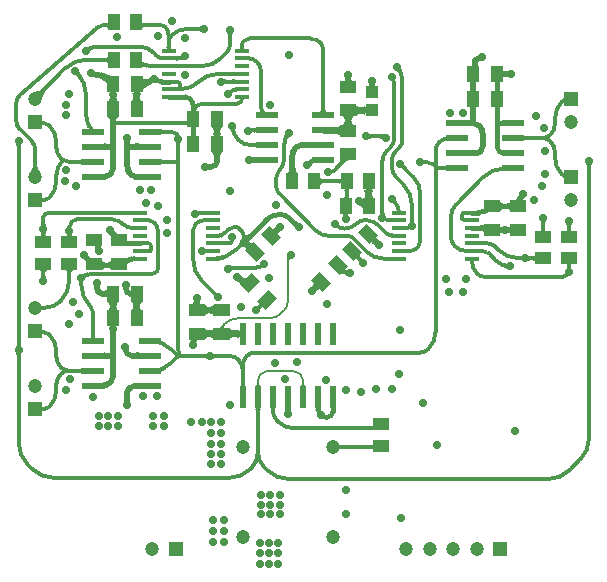
<source format=gtl>
G04*
G04 #@! TF.GenerationSoftware,Altium Limited,Altium Designer,22.7.1 (60)*
G04*
G04 Layer_Physical_Order=1*
G04 Layer_Color=16776960*
%FSLAX43Y43*%
%MOMM*%
G71*
G04*
G04 #@! TF.SameCoordinates,D6A07BB3-E300-4989-B7AD-CA0A744D7D9A*
G04*
G04*
G04 #@! TF.FilePolarity,Positive*
G04*
G01*
G75*
%ADD11C,0.300*%
%ADD14C,0.200*%
%ADD31C,0.500*%
%ADD32C,0.400*%
%ADD33C,0.300*%
%ADD34C,0.200*%
%ADD35C,0.500*%
%ADD36R,1.050X1.400*%
%ADD37R,1.000X1.400*%
%ADD38R,1.200X0.400*%
%ADD39R,1.400X1.050*%
%ADD40R,1.400X1.000*%
%ADD41R,1.900X0.600*%
%ADD42R,0.600X1.946*%
G04:AMPARAMS|DCode=43|XSize=1mm|YSize=1.4mm|CornerRadius=0mm|HoleSize=0mm|Usage=FLASHONLY|Rotation=45.000|XOffset=0mm|YOffset=0mm|HoleType=Round|Shape=Rectangle|*
%AMROTATEDRECTD43*
4,1,4,0.141,-0.849,-0.849,0.141,-0.141,0.849,0.849,-0.141,0.141,-0.849,0.0*
%
%ADD43ROTATEDRECTD43*%

G04:AMPARAMS|DCode=44|XSize=1mm|YSize=1.4mm|CornerRadius=0mm|HoleSize=0mm|Usage=FLASHONLY|Rotation=315.000|XOffset=0mm|YOffset=0mm|HoleType=Round|Shape=Rectangle|*
%AMROTATEDRECTD44*
4,1,4,-0.849,-0.141,0.141,0.849,0.849,0.141,-0.141,-0.849,-0.849,-0.141,0.0*
%
%ADD44ROTATEDRECTD44*%

%ADD45R,1.100X1.000*%
%ADD46C,1.200*%
%ADD47R,1.200X1.200*%
%ADD48R,1.200X1.200*%
%ADD49C,0.700*%
G36*
X8456Y46352D02*
X8452Y46375D01*
X8440Y46396D01*
X8419Y46415D01*
X8390Y46431D01*
X8353Y46444D01*
X8307Y46455D01*
X8254Y46464D01*
X8192Y46470D01*
X8043Y46475D01*
Y46775D01*
X8122Y46776D01*
X8254Y46786D01*
X8307Y46795D01*
X8353Y46806D01*
X8390Y46819D01*
X8419Y46835D01*
X8440Y46854D01*
X8452Y46875D01*
X8456Y46898D01*
Y46352D01*
D02*
G37*
G36*
X11351Y46896D02*
X11365Y46871D01*
X11387Y46848D01*
X11419Y46829D01*
X11459Y46812D01*
X11509Y46799D01*
X11567Y46789D01*
X11635Y46781D01*
X11797Y46775D01*
Y46475D01*
X11711Y46473D01*
X11567Y46461D01*
X11509Y46451D01*
X11459Y46438D01*
X11419Y46421D01*
X11387Y46402D01*
X11365Y46379D01*
X11351Y46354D01*
X11347Y46325D01*
Y46925D01*
X11351Y46896D01*
D02*
G37*
G36*
X16350Y46055D02*
X16328Y46073D01*
X16298Y46089D01*
X16261Y46103D01*
X16216Y46116D01*
X16164Y46126D01*
X16105Y46135D01*
X15964Y46146D01*
X15794Y46150D01*
Y46450D01*
X15883Y46451D01*
X16105Y46465D01*
X16164Y46474D01*
X16216Y46484D01*
X16261Y46497D01*
X16298Y46511D01*
X16328Y46527D01*
X16350Y46545D01*
Y46055D01*
D02*
G37*
G36*
X19027Y45928D02*
X19011Y45898D01*
X18997Y45861D01*
X18984Y45816D01*
X18974Y45764D01*
X18965Y45705D01*
X18954Y45564D01*
X18950Y45394D01*
X18650D01*
X18649Y45483D01*
X18635Y45705D01*
X18626Y45764D01*
X18616Y45816D01*
X18603Y45861D01*
X18589Y45898D01*
X18573Y45928D01*
X18555Y45950D01*
X19045D01*
X19027Y45928D01*
D02*
G37*
G36*
X19951Y44899D02*
X19964Y44725D01*
X19971Y44697D01*
X19978Y44675D01*
X19987Y44659D01*
X19997Y44650D01*
X20008Y44647D01*
X19592D01*
X19603Y44650D01*
X19613Y44659D01*
X19622Y44675D01*
X19629Y44697D01*
X19636Y44725D01*
X19641Y44759D01*
X19648Y44846D01*
X19650Y44959D01*
X19950D01*
X19951Y44899D01*
D02*
G37*
G36*
X13751Y44994D02*
X13762Y44857D01*
X13772Y44801D01*
X13784Y44754D01*
X13799Y44716D01*
X13817Y44686D01*
X13837Y44664D01*
X13860Y44651D01*
X13886Y44647D01*
X13314D01*
X13340Y44651D01*
X13363Y44664D01*
X13383Y44686D01*
X13401Y44716D01*
X13416Y44754D01*
X13428Y44801D01*
X13438Y44857D01*
X13445Y44921D01*
X13450Y45076D01*
X13750D01*
X13751Y44994D01*
D02*
G37*
G36*
X7401Y44639D02*
X7319Y44625D01*
X7246Y44609D01*
X7181Y44589D01*
X7123Y44566D01*
X7074Y44539D01*
X7033Y44510D01*
X6999Y44477D01*
X6974Y44441D01*
X6957Y44401D01*
X6948Y44359D01*
X6674Y44742D01*
X7203Y44906D01*
X7401Y44639D01*
D02*
G37*
G36*
X14201Y43988D02*
X14215Y43980D01*
X14237Y43973D01*
X14269Y43967D01*
X14309Y43962D01*
X14417Y43954D01*
X14647Y43950D01*
Y43650D01*
X14561Y43650D01*
X14237Y43627D01*
X14215Y43620D01*
X14201Y43612D01*
X14197Y43603D01*
Y43997D01*
X14201Y43988D01*
D02*
G37*
G36*
X8456Y43400D02*
X8452Y43429D01*
X8438Y43454D01*
X8415Y43477D01*
X8384Y43496D01*
X8343Y43513D01*
X8293Y43526D01*
X8234Y43536D01*
X8166Y43544D01*
X8003Y43550D01*
Y43850D01*
X8089Y43852D01*
X8234Y43863D01*
X8293Y43874D01*
X8343Y43888D01*
X8384Y43904D01*
X8415Y43924D01*
X8438Y43946D01*
X8452Y43972D01*
X8456Y44000D01*
Y43400D01*
D02*
G37*
G36*
X11351Y43615D02*
X11364Y43583D01*
X11385Y43552D01*
X11414Y43521D01*
X11452Y43490D01*
X11498Y43460D01*
X11553Y43430D01*
X11616Y43401D01*
X11768Y43343D01*
X11776Y43035D01*
X11695Y43061D01*
X11557Y43094D01*
X11502Y43101D01*
X11454Y43102D01*
X11416Y43097D01*
X11386Y43086D01*
X11364Y43069D01*
X11351Y43046D01*
X11347Y43016D01*
Y43647D01*
X11351Y43615D01*
D02*
G37*
G36*
X14201Y43338D02*
X14215Y43330D01*
X14237Y43323D01*
X14269Y43317D01*
X14309Y43312D01*
X14417Y43304D01*
X14647Y43300D01*
Y43000D01*
X14561Y43000D01*
X14237Y42977D01*
X14215Y42970D01*
X14201Y42962D01*
X14197Y42953D01*
Y43347D01*
X14201Y43338D01*
D02*
G37*
G36*
X13003Y42953D02*
X12999Y42962D01*
X12985Y42970D01*
X12963Y42977D01*
X12931Y42983D01*
X12891Y42988D01*
X12783Y42996D01*
X12553Y43000D01*
Y43300D01*
X12639Y43300D01*
X12963Y43323D01*
X12985Y43330D01*
X12999Y43338D01*
X13003Y43347D01*
Y42953D01*
D02*
G37*
G36*
X33441Y42519D02*
X33191Y42318D01*
X33166Y42397D01*
X33140Y42468D01*
X33112Y42531D01*
X33083Y42586D01*
X33051Y42634D01*
X33018Y42673D01*
X32983Y42704D01*
X32946Y42728D01*
X32908Y42744D01*
X32868Y42751D01*
X33246Y43047D01*
X33441Y42519D01*
D02*
G37*
G36*
X12110Y41578D02*
X11974Y41528D01*
X11745Y41428D01*
X11652Y41378D01*
X11573Y41329D01*
X11508Y41280D01*
X11458Y41231D01*
X11423Y41182D01*
X11401Y41134D01*
X11394Y41086D01*
Y42138D01*
X11401Y42097D01*
X11421Y42065D01*
X11456Y42043D01*
X11504Y42030D01*
X11566Y42027D01*
X11641Y42033D01*
X11730Y42049D01*
X11833Y42074D01*
X12081Y42152D01*
X12110Y41578D01*
D02*
G37*
G36*
X6052Y42677D02*
X6061Y42654D01*
X6074Y42623D01*
X6119Y42538D01*
X6275Y42277D01*
X6328Y42194D01*
X6109Y41978D01*
X6065Y42049D01*
X5978Y42168D01*
X5936Y42216D01*
X5895Y42257D01*
X5855Y42290D01*
X5815Y42316D01*
X5776Y42335D01*
X5738Y42346D01*
X5700Y42350D01*
X6050Y42693D01*
X6052Y42677D01*
D02*
G37*
G36*
X29051Y42304D02*
X29071Y42020D01*
X29081Y41975D01*
X29092Y41939D01*
X29105Y41914D01*
X29119Y41899D01*
X29135Y41894D01*
X28465D01*
X28481Y41899D01*
X28495Y41914D01*
X28508Y41939D01*
X28519Y41975D01*
X28529Y42020D01*
X28536Y42076D01*
X28547Y42218D01*
X28550Y42400D01*
X29050D01*
X29051Y42304D01*
D02*
G37*
G36*
X18236Y42063D02*
X18268Y42050D01*
X18306Y42038D01*
X18352Y42028D01*
X18405Y42020D01*
X18532Y42007D01*
X18688Y42001D01*
X18768Y42000D01*
X18839Y42000D01*
X19163Y42023D01*
X19185Y42030D01*
X19199Y42038D01*
X19203Y42047D01*
Y41653D01*
X19199Y41662D01*
X19185Y41670D01*
X19163Y41677D01*
X19131Y41683D01*
X19091Y41688D01*
X18983Y41696D01*
X18782Y41699D01*
X18736Y41699D01*
X18515Y41683D01*
X18457Y41673D01*
X18407Y41662D01*
X18364Y41648D01*
X18329Y41632D01*
X18302Y41614D01*
X18282Y41593D01*
X18212Y42078D01*
X18236Y42063D01*
D02*
G37*
G36*
X8097Y42530D02*
X8757Y42294D01*
X8876Y42268D01*
X8975Y42255D01*
X9055Y42255D01*
X9117Y42268D01*
X9160Y42294D01*
X8406Y41556D01*
X8434Y41596D01*
X8440Y41640D01*
X8424Y41689D01*
X8387Y41742D01*
X8327Y41798D01*
X8246Y41859D01*
X8143Y41924D01*
X8018Y41994D01*
X7702Y42145D01*
X7884Y42622D01*
X8097Y42530D01*
D02*
G37*
G36*
X31069Y41494D02*
X30531D01*
X30535Y41498D01*
X30538Y41510D01*
X30541Y41530D01*
X30545Y41595D01*
X30550Y41900D01*
X31050D01*
X31069Y41494D01*
D02*
G37*
G36*
X19400Y41039D02*
X19319Y41025D01*
X19246Y41009D01*
X19180Y40989D01*
X19123Y40966D01*
X19074Y40939D01*
X19033Y40910D01*
X18999Y40877D01*
X18974Y40841D01*
X18957Y40801D01*
X18947Y40758D01*
X18674Y41142D01*
X19202Y41306D01*
X19400Y41039D01*
D02*
G37*
G36*
X3411Y41299D02*
X3313Y41197D01*
X3149Y41002D01*
X3082Y40909D01*
X3026Y40818D01*
X2980Y40730D01*
X2944Y40645D01*
X2919Y40563D01*
X2904Y40483D01*
X2900Y40406D01*
X2306Y41000D01*
X2383Y41004D01*
X2463Y41019D01*
X2545Y41044D01*
X2630Y41080D01*
X2718Y41126D01*
X2809Y41182D01*
X2902Y41249D01*
X2998Y41326D01*
X3199Y41511D01*
X3411Y41299D01*
D02*
G37*
G36*
X11151Y40903D02*
X11397D01*
X11350Y40896D01*
X11308Y40873D01*
X11271Y40836D01*
X11239Y40783D01*
X11212Y40716D01*
X11190Y40633D01*
X11175Y40550D01*
X11190Y40467D01*
X11212Y40384D01*
X11239Y40317D01*
X11271Y40264D01*
X11308Y40227D01*
X11350Y40204D01*
X11397Y40197D01*
X11152D01*
X11150Y40153D01*
X10650D01*
X10649Y40197D01*
X10403D01*
X10450Y40204D01*
X10492Y40227D01*
X10529Y40264D01*
X10561Y40317D01*
X10588Y40384D01*
X10610Y40467D01*
X10625Y40550D01*
X10610Y40633D01*
X10588Y40716D01*
X10561Y40783D01*
X10529Y40836D01*
X10492Y40873D01*
X10450Y40896D01*
X10403Y40903D01*
X10648D01*
X10650Y40947D01*
X11150D01*
X11151Y40903D01*
D02*
G37*
G36*
X9151D02*
X9397D01*
X9350Y40896D01*
X9308Y40873D01*
X9271Y40836D01*
X9239Y40783D01*
X9212Y40716D01*
X9190Y40633D01*
X9175Y40550D01*
X9190Y40467D01*
X9212Y40384D01*
X9239Y40317D01*
X9271Y40264D01*
X9308Y40227D01*
X9350Y40204D01*
X9397Y40197D01*
X9152D01*
X9150Y40153D01*
X8650D01*
X8649Y40197D01*
X8403D01*
X8450Y40204D01*
X8492Y40227D01*
X8529Y40264D01*
X8561Y40317D01*
X8588Y40384D01*
X8610Y40467D01*
X8625Y40550D01*
X8610Y40633D01*
X8588Y40716D01*
X8561Y40783D01*
X8529Y40836D01*
X8492Y40873D01*
X8450Y40896D01*
X8403Y40903D01*
X8648D01*
X8650Y40947D01*
X9150D01*
X9151Y40903D01*
D02*
G37*
G36*
X47106Y40071D02*
X47105Y40075D01*
X47102Y40078D01*
X47097Y40079D01*
X47090Y40077D01*
X47081Y40073D01*
X47070Y40068D01*
X47057Y40060D01*
X47025Y40038D01*
X47006Y40024D01*
X46794Y40236D01*
X47106Y40496D01*
Y40071D01*
D02*
G37*
G36*
X30253Y38903D02*
X30246Y38950D01*
X30223Y38992D01*
X30186Y39029D01*
X30133Y39061D01*
X30066Y39088D01*
X29983Y39110D01*
X29886Y39128D01*
X29877Y39129D01*
X29864Y39128D01*
X29767Y39110D01*
X29684Y39088D01*
X29617Y39061D01*
X29564Y39029D01*
X29527Y38992D01*
X29504Y38950D01*
X29497Y38903D01*
Y39897D01*
X29504Y39850D01*
X29527Y39808D01*
X29564Y39771D01*
X29617Y39739D01*
X29684Y39712D01*
X29767Y39690D01*
X29864Y39672D01*
X29873Y39671D01*
X29886Y39672D01*
X29983Y39690D01*
X30066Y39712D01*
X30133Y39739D01*
X30186Y39771D01*
X30223Y39808D01*
X30246Y39850D01*
X30253Y39897D01*
Y38903D01*
D02*
G37*
G36*
X26851Y39666D02*
X26864Y39521D01*
X26874Y39462D01*
X26888Y39412D01*
X26904Y39371D01*
X26924Y39340D01*
X26946Y39317D01*
X26972Y39303D01*
X27000Y39299D01*
X26400D01*
X26428Y39303D01*
X26454Y39317D01*
X26476Y39340D01*
X26496Y39371D01*
X26513Y39412D01*
X26526Y39462D01*
X26537Y39521D01*
X26544Y39589D01*
X26550Y39752D01*
X26850D01*
X26851Y39666D01*
D02*
G37*
G36*
X9273Y38800D02*
X9247Y38782D01*
X9224Y38752D01*
X9205Y38709D01*
X9188Y38655D01*
X9174Y38588D01*
X9164Y38509D01*
X9152Y38315D01*
X9150Y38200D01*
X9085D01*
X9098Y38170D01*
X9046Y38200D01*
X8650D01*
X8648Y38315D01*
X8626Y38588D01*
X8612Y38655D01*
X8595Y38709D01*
X8576Y38752D01*
X8553Y38782D01*
X8527Y38800D01*
X8498Y38806D01*
X9302D01*
X9273Y38800D01*
D02*
G37*
G36*
X29051Y38906D02*
X29300D01*
X29253Y38899D01*
X29210Y38876D01*
X29173Y38838D01*
X29140Y38786D01*
X29112Y38718D01*
X29090Y38635D01*
X29075Y38550D01*
X29090Y38465D01*
X29112Y38382D01*
X29140Y38314D01*
X29173Y38262D01*
X29210Y38224D01*
X29253Y38201D01*
X29300Y38194D01*
X29052D01*
X29050Y38153D01*
X28550D01*
X28549Y38194D01*
X28300D01*
X28347Y38201D01*
X28390Y38224D01*
X28427Y38262D01*
X28460Y38314D01*
X28487Y38382D01*
X28510Y38465D01*
X28525Y38550D01*
X28510Y38635D01*
X28487Y38718D01*
X28460Y38786D01*
X28427Y38838D01*
X28390Y38876D01*
X28347Y38899D01*
X28300Y38906D01*
X28549D01*
X28550Y38947D01*
X29050D01*
X29051Y38906D01*
D02*
G37*
G36*
X9135Y38150D02*
X9138Y38149D01*
X9140Y38148D01*
X9141Y38146D01*
X9142Y38142D01*
X9142Y38138D01*
X9141Y38132D01*
X9139Y38126D01*
X9136Y38118D01*
X9129Y38100D01*
X9098Y38170D01*
X9135Y38150D01*
D02*
G37*
G36*
X28103Y37956D02*
X28397Y37950D01*
Y37450D01*
X28103Y37445D01*
Y37203D01*
X28096Y37250D01*
X28073Y37292D01*
X28036Y37329D01*
X27983Y37361D01*
X27916Y37388D01*
X27833Y37410D01*
X27736Y37428D01*
X27623Y37440D01*
X27353Y37450D01*
Y37950D01*
X27496Y37952D01*
X27647Y37965D01*
Y38032D01*
X27654Y38016D01*
X27677Y38002D01*
X27714Y37990D01*
X27767Y37979D01*
X27772Y37979D01*
X27833Y37990D01*
X27916Y38012D01*
X27983Y38039D01*
X28036Y38071D01*
X28073Y38108D01*
X28096Y38150D01*
X28103Y38197D01*
Y37956D01*
D02*
G37*
G36*
X20953Y37888D02*
X20998Y37886D01*
X21087Y37885D01*
X21121Y37585D01*
X21032Y37584D01*
X20953Y37578D01*
Y37438D01*
X20949Y37466D01*
X20935Y37491D01*
X20913Y37513D01*
X20881Y37532D01*
X20841Y37548D01*
X20791Y37561D01*
X20780Y37564D01*
X20752Y37559D01*
X20701Y37548D01*
X20657Y37534D01*
X20622Y37519D01*
X20594Y37501D01*
X20573Y37481D01*
X20563Y37583D01*
X20503Y37585D01*
Y37885D01*
X20533Y37886D01*
X20524Y37969D01*
X20548Y37953D01*
X20579Y37939D01*
X20617Y37926D01*
X20662Y37915D01*
X20715Y37906D01*
X20753Y37902D01*
X20791Y37909D01*
X20841Y37922D01*
X20881Y37938D01*
X20913Y37957D01*
X20935Y37979D01*
X20949Y38004D01*
X20953Y38032D01*
Y37888D01*
D02*
G37*
G36*
X6911Y38289D02*
X6952Y38215D01*
X7032Y38090D01*
X7071Y38039D01*
X7110Y37996D01*
X7148Y37961D01*
X7185Y37934D01*
X7222Y37915D01*
X7258Y37903D01*
X7293Y37899D01*
X6616D01*
X6648Y37903D01*
X6672Y37915D01*
X6689Y37936D01*
X6697Y37964D01*
X6697Y38001D01*
X6690Y38046D01*
X6675Y38099D01*
X6651Y38160D01*
X6620Y38229D01*
X6581Y38307D01*
X6911Y38289D01*
D02*
G37*
G36*
X12951Y37874D02*
X12965Y37849D01*
X12987Y37827D01*
X13019Y37808D01*
X13059Y37792D01*
X13109Y37779D01*
X13167Y37768D01*
X13235Y37761D01*
X13397Y37755D01*
Y37455D01*
X13311Y37454D01*
X13167Y37442D01*
X13109Y37431D01*
X13059Y37418D01*
X13019Y37402D01*
X12987Y37383D01*
X12965Y37361D01*
X12951Y37336D01*
X12947Y37308D01*
Y37902D01*
X12951Y37874D01*
D02*
G37*
G36*
X19247Y37843D02*
X19230Y37804D01*
X19221Y37762D01*
X19219Y37715D01*
X19223Y37663D01*
X19235Y37608D01*
X19253Y37548D01*
X19278Y37484D01*
X19310Y37415D01*
X19349Y37342D01*
X19030Y37307D01*
X18794Y37817D01*
X19270Y37877D01*
X19247Y37843D01*
D02*
G37*
G36*
X17951Y38003D02*
X18197D01*
X18150Y37996D01*
X18108Y37973D01*
X18071Y37936D01*
X18039Y37883D01*
X18012Y37816D01*
X17990Y37733D01*
X17975Y37650D01*
X17990Y37567D01*
X18012Y37484D01*
X18039Y37417D01*
X18071Y37364D01*
X18108Y37327D01*
X18150Y37304D01*
X18197Y37297D01*
X17952D01*
X17950Y37253D01*
X17450D01*
X17449Y37297D01*
X17203D01*
X17250Y37304D01*
X17292Y37327D01*
X17329Y37364D01*
X17361Y37417D01*
X17388Y37484D01*
X17410Y37567D01*
X17425Y37650D01*
X17410Y37733D01*
X17388Y37816D01*
X17361Y37883D01*
X17329Y37936D01*
X17292Y37973D01*
X17250Y37996D01*
X17203Y38003D01*
X17448D01*
X17450Y38047D01*
X17950D01*
X17951Y38003D01*
D02*
G37*
G36*
X14550Y37159D02*
X14250Y37159D01*
X14109Y37194D01*
X14615Y37276D01*
X14550Y37159D01*
D02*
G37*
G36*
X30572Y37427D02*
X30602Y37411D01*
X30639Y37397D01*
X30684Y37384D01*
X30736Y37374D01*
X30795Y37365D01*
X30936Y37354D01*
X31106Y37350D01*
Y37050D01*
X31017Y37049D01*
X30795Y37035D01*
X30736Y37026D01*
X30684Y37016D01*
X30639Y37003D01*
X30602Y36989D01*
X30572Y36973D01*
X30550Y36955D01*
Y37445D01*
X30572Y37427D01*
D02*
G37*
G36*
X31690Y36937D02*
X31674Y36958D01*
X31650Y36977D01*
X31618Y36994D01*
X31577Y37009D01*
X31529Y37022D01*
X31472Y37032D01*
X31407Y37040D01*
X31253Y37049D01*
X31164Y37050D01*
X31265Y37350D01*
X31356Y37350D01*
X31767Y37378D01*
X31793Y37386D01*
X31811Y37394D01*
X31690Y36937D01*
D02*
G37*
G36*
X23841Y37152D02*
X23799Y37143D01*
X23759Y37126D01*
X23723Y37101D01*
X23690Y37067D01*
X23661Y37026D01*
X23634Y36977D01*
X23611Y36919D01*
X23591Y36854D01*
X23575Y36781D01*
X23561Y36699D01*
X23294Y36897D01*
X23458Y37426D01*
X23841Y37152D01*
D02*
G37*
G36*
X20956Y36201D02*
X20952Y36223D01*
X20940Y36242D01*
X20920Y36259D01*
X20892Y36274D01*
X20856Y36287D01*
X20813Y36297D01*
X20761Y36305D01*
X20701Y36310D01*
X20557Y36315D01*
Y36615D01*
X20633Y36616D01*
X20761Y36625D01*
X20813Y36633D01*
X20856Y36643D01*
X20892Y36656D01*
X20920Y36671D01*
X20940Y36688D01*
X20952Y36707D01*
X20956Y36729D01*
Y36201D01*
D02*
G37*
G36*
X14627Y36728D02*
X14611Y36698D01*
X14597Y36661D01*
X14584Y36616D01*
X14574Y36564D01*
X14565Y36505D01*
X14554Y36364D01*
X14550Y36194D01*
X14250D01*
X14249Y36283D01*
X14235Y36505D01*
X14226Y36564D01*
X14216Y36616D01*
X14203Y36661D01*
X14189Y36698D01*
X14173Y36728D01*
X14155Y36750D01*
X14645D01*
X14627Y36728D01*
D02*
G37*
G36*
X25753Y36168D02*
X25746Y36177D01*
X25723Y36185D01*
X25686Y36192D01*
X25633Y36198D01*
X25483Y36207D01*
X25003Y36215D01*
Y36715D01*
X25146Y36715D01*
X25746Y36753D01*
X25753Y36762D01*
Y36168D01*
D02*
G37*
G36*
X11053Y36038D02*
X11046Y36047D01*
X11023Y36055D01*
X10986Y36062D01*
X10933Y36068D01*
X10783Y36077D01*
X10303Y36085D01*
Y36585D01*
X10446Y36585D01*
X11046Y36623D01*
X11053Y36632D01*
Y36038D01*
D02*
G37*
G36*
X8154Y36623D02*
X8174Y36615D01*
X8207Y36608D01*
X8254Y36602D01*
X8388Y36593D01*
X8816Y36585D01*
Y36085D01*
X8688Y36085D01*
X8174Y36055D01*
X8154Y36047D01*
X8147Y36038D01*
Y36632D01*
X8154Y36623D01*
D02*
G37*
G36*
X1127Y36528D02*
X1111Y36498D01*
X1097Y36461D01*
X1084Y36416D01*
X1074Y36364D01*
X1065Y36305D01*
X1054Y36164D01*
X1050Y35994D01*
X750D01*
X749Y36083D01*
X735Y36305D01*
X726Y36364D01*
X716Y36416D01*
X703Y36461D01*
X689Y36498D01*
X673Y36528D01*
X655Y36550D01*
X1145D01*
X1127Y36528D01*
D02*
G37*
G36*
X18150Y35896D02*
X18108Y35873D01*
X18071Y35836D01*
X18039Y35783D01*
X18012Y35716D01*
X17990Y35633D01*
X17972Y35536D01*
X17960Y35423D01*
X17950Y35153D01*
X17450D01*
X17448Y35296D01*
X17428Y35536D01*
X17410Y35633D01*
X17388Y35716D01*
X17361Y35783D01*
X17329Y35836D01*
X17292Y35873D01*
X17250Y35896D01*
X17203Y35903D01*
X18197D01*
X18150Y35896D01*
D02*
G37*
G36*
X20953Y34898D02*
X20948Y34908D01*
X20931Y34917D01*
X20903Y34925D01*
X20865Y34931D01*
X20815Y34937D01*
X20599Y34948D01*
X20400Y34950D01*
Y35450D01*
X20505Y35450D01*
X20931Y35477D01*
X20948Y35484D01*
X20953Y35492D01*
Y34898D01*
D02*
G37*
G36*
X28884Y35203D02*
X28839Y35193D01*
X28791Y35177D01*
X28742Y35154D01*
X28690Y35125D01*
X28636Y35090D01*
X28579Y35048D01*
X28460Y34946D01*
X28397Y34885D01*
X27973D01*
X27997Y34911D01*
X28020Y34939D01*
X28039Y34968D01*
X28056Y34998D01*
X28070Y35030D01*
X28082Y35062D01*
X28091Y35096D01*
X28098Y35130D01*
X28102Y35166D01*
X28103Y35203D01*
X28927Y35206D01*
X28884Y35203D01*
D02*
G37*
G36*
X25755Y35140D02*
X25921Y34958D01*
X25877Y34943D01*
X25838Y34928D01*
X25803Y34911D01*
X25772Y34894D01*
X25746Y34875D01*
X25725Y34856D01*
X25708Y34836D01*
X25696Y34815D01*
X25688Y34794D01*
X25685Y34771D01*
X25655Y34804D01*
X25591Y34759D01*
X25309Y35041D01*
X25390Y35098D01*
X25356Y35135D01*
X25575Y35244D01*
X25738Y35373D01*
X25752Y35392D01*
X25756Y35405D01*
X25755Y35140D01*
D02*
G37*
G36*
X12951Y35334D02*
X12965Y35309D01*
X12987Y35287D01*
X13019Y35268D01*
X13059Y35252D01*
X13109Y35239D01*
X13167Y35228D01*
X13235Y35221D01*
X13397Y35215D01*
Y34915D01*
X13311Y34914D01*
X13167Y34902D01*
X13109Y34891D01*
X13059Y34878D01*
X13019Y34862D01*
X12987Y34843D01*
X12965Y34821D01*
X12951Y34796D01*
X12947Y34768D01*
Y35362D01*
X12951Y35334D01*
D02*
G37*
G36*
X6253Y34768D02*
X6249Y34796D01*
X6235Y34821D01*
X6213Y34843D01*
X6181Y34862D01*
X6141Y34878D01*
X6091Y34891D01*
X6033Y34902D01*
X5965Y34909D01*
X5803Y34915D01*
Y35215D01*
X5889Y35216D01*
X6033Y35228D01*
X6091Y35238D01*
X6141Y35252D01*
X6181Y35268D01*
X6213Y35287D01*
X6235Y35309D01*
X6249Y35334D01*
X6253Y35362D01*
Y34768D01*
D02*
G37*
G36*
X49427Y34828D02*
X49411Y34798D01*
X49397Y34761D01*
X49384Y34716D01*
X49374Y34664D01*
X49365Y34605D01*
X49354Y34464D01*
X49350Y34294D01*
X49050D01*
X49049Y34383D01*
X49035Y34605D01*
X49026Y34664D01*
X49016Y34716D01*
X49003Y34761D01*
X48989Y34798D01*
X48973Y34828D01*
X48955Y34850D01*
X49445D01*
X49427Y34828D01*
D02*
G37*
G36*
X2453Y35080D02*
X2474Y34826D01*
X2493Y34713D01*
X2517Y34609D01*
X2547Y34514D01*
X2582Y34429D01*
X2623Y34353D01*
X2669Y34286D01*
X2720Y34228D01*
X1880D01*
X1931Y34286D01*
X1977Y34353D01*
X2018Y34429D01*
X2053Y34514D01*
X2082Y34609D01*
X2107Y34713D01*
X2126Y34826D01*
X2139Y34948D01*
X2150Y35221D01*
X2450D01*
X2453Y35080D01*
D02*
G37*
G36*
X33553Y34868D02*
X33563Y34836D01*
X33579Y34799D01*
X33602Y34759D01*
X33631Y34715D01*
X33667Y34667D01*
X33758Y34559D01*
X33876Y34436D01*
X33664Y34224D01*
X33600Y34286D01*
X33433Y34433D01*
X33385Y34469D01*
X33341Y34498D01*
X33301Y34521D01*
X33264Y34537D01*
X33232Y34547D01*
X33203Y34550D01*
X33550Y34896D01*
X33553Y34868D01*
D02*
G37*
G36*
X24327Y34704D02*
X24347Y34463D01*
X24365Y34365D01*
X24388Y34282D01*
X24415Y34214D01*
X24448Y34162D01*
X24485Y34124D01*
X24528Y34101D01*
X24575Y34094D01*
X23575D01*
X23622Y34101D01*
X23665Y34124D01*
X23702Y34162D01*
X23735Y34214D01*
X23763Y34282D01*
X23785Y34365D01*
X23802Y34463D01*
X23815Y34576D01*
X23825Y34847D01*
X24325D01*
X24327Y34704D01*
D02*
G37*
G36*
X47025Y34093D02*
X47081Y34060D01*
X47090Y34056D01*
X47097Y34054D01*
X47102Y34054D01*
X47105Y34056D01*
X47106Y34060D01*
Y33660D01*
X47103Y33666D01*
X47094Y33675D01*
X47078Y33689D01*
X47028Y33728D01*
X46794Y33894D01*
X47006Y34106D01*
X47025Y34093D01*
D02*
G37*
G36*
X28153Y33100D02*
X28149Y33129D01*
X28135Y33154D01*
X28113Y33176D01*
X28081Y33196D01*
X28041Y33213D01*
X27991Y33226D01*
X27933Y33236D01*
X27865Y33244D01*
X27703Y33250D01*
Y33550D01*
X27789Y33551D01*
X27933Y33563D01*
X27991Y33574D01*
X28041Y33588D01*
X28081Y33604D01*
X28113Y33624D01*
X28135Y33646D01*
X28149Y33672D01*
X28153Y33700D01*
Y33100D01*
D02*
G37*
G36*
X26448Y33672D02*
X26462Y33646D01*
X26485Y33624D01*
X26516Y33604D01*
X26557Y33588D01*
X26607Y33574D01*
X26666Y33563D01*
X26734Y33556D01*
X26897Y33550D01*
Y33250D01*
X26811Y33249D01*
X26666Y33236D01*
X26607Y33226D01*
X26557Y33213D01*
X26516Y33196D01*
X26485Y33176D01*
X26462Y33154D01*
X26448Y33129D01*
X26444Y33100D01*
Y33700D01*
X26448Y33672D01*
D02*
G37*
G36*
X28947Y32702D02*
X28921Y32688D01*
X28899Y32665D01*
X28879Y32634D01*
X28862Y32593D01*
X28849Y32543D01*
X28838Y32484D01*
X28831Y32416D01*
X28828Y32341D01*
X28838Y32217D01*
X28849Y32159D01*
X28862Y32109D01*
X28879Y32069D01*
X28899Y32037D01*
X28921Y32015D01*
X28947Y32001D01*
X28975Y31997D01*
X28375D01*
X28403Y32001D01*
X28429Y32015D01*
X28451Y32037D01*
X28471Y32069D01*
X28487Y32109D01*
X28501Y32159D01*
X28511Y32217D01*
X28519Y32285D01*
X28522Y32360D01*
X28511Y32484D01*
X28501Y32543D01*
X28487Y32593D01*
X28471Y32634D01*
X28451Y32665D01*
X28429Y32688D01*
X28403Y32702D01*
X28375Y32706D01*
X28975D01*
X28947Y32702D01*
D02*
G37*
G36*
X30776Y32706D02*
X31025D01*
X30978Y32699D01*
X30935Y32676D01*
X30897Y32638D01*
X30865Y32586D01*
X30837Y32518D01*
X30815Y32435D01*
X30800Y32351D01*
X30815Y32267D01*
X30837Y32184D01*
X30865Y32117D01*
X30897Y32064D01*
X30935Y32027D01*
X30978Y32004D01*
X31025Y31997D01*
X30777D01*
X30775Y31953D01*
X30275D01*
X30274Y31997D01*
X30103D01*
X30136Y32004D01*
X30165Y32027D01*
X30191Y32064D01*
X30213Y32117D01*
X30232Y32184D01*
X30247Y32267D01*
X30254Y32319D01*
X30253Y32337D01*
X30235Y32435D01*
X30212Y32518D01*
X30185Y32586D01*
X30153Y32638D01*
X30115Y32676D01*
X30073Y32699D01*
X30025Y32706D01*
X30275D01*
X30275Y32747D01*
X30775D01*
X30776Y32706D01*
D02*
G37*
G36*
X43541Y31959D02*
X43524Y31927D01*
X43488Y31853D01*
X43482Y31835D01*
X43479Y31820D01*
X43478Y31809D01*
X43481Y31800D01*
X43486Y31796D01*
X43494Y31794D01*
X42954D01*
X42965Y31798D01*
X42981Y31812D01*
X43000Y31834D01*
X43024Y31866D01*
X43085Y31955D01*
X43259Y32241D01*
X43541Y31959D01*
D02*
G37*
G36*
X42506Y30900D02*
X42500Y30938D01*
X42482Y30972D01*
X42452Y31002D01*
X42410Y31028D01*
X42355Y31050D01*
X42289Y31068D01*
X42211Y31082D01*
X42120Y31092D01*
X42114Y31092D01*
X41991Y31082D01*
X41913Y31068D01*
X41847Y31050D01*
X41793Y31028D01*
X41751Y31002D01*
X41721Y30972D01*
X41703Y30938D01*
X41697Y30900D01*
Y31700D01*
X41703Y31662D01*
X41721Y31628D01*
X41751Y31598D01*
X41793Y31572D01*
X41847Y31550D01*
X41913Y31532D01*
X41991Y31518D01*
X42081Y31508D01*
X42087Y31508D01*
X42211Y31518D01*
X42289Y31532D01*
X42355Y31550D01*
X42410Y31572D01*
X42452Y31598D01*
X42482Y31628D01*
X42500Y31662D01*
X42506Y31700D01*
Y30900D01*
D02*
G37*
G36*
X29958Y31807D02*
X30040Y31758D01*
X30060Y31749D01*
X30077Y31744D01*
X30090Y31742D01*
X30099Y31744D01*
X30104Y31749D01*
X30106Y31758D01*
Y31056D01*
X30101Y31069D01*
X30085Y31089D01*
X30058Y31115D01*
X30020Y31147D01*
X29843Y31283D01*
X29570Y31476D01*
X29923Y31830D01*
X29958Y31807D01*
D02*
G37*
G36*
X16803Y30553D02*
X16799Y30562D01*
X16785Y30570D01*
X16763Y30577D01*
X16731Y30583D01*
X16691Y30588D01*
X16583Y30596D01*
X16353Y30600D01*
Y30900D01*
X16439Y30900D01*
X16763Y30923D01*
X16785Y30930D01*
X16799Y30938D01*
X16803Y30947D01*
Y30553D01*
D02*
G37*
G36*
X10603Y30553D02*
X10599Y30562D01*
X10585Y30570D01*
X10563Y30577D01*
X10531Y30583D01*
X10491Y30588D01*
X10383Y30596D01*
X10153Y30600D01*
Y30900D01*
X10239Y30900D01*
X10563Y30923D01*
X10585Y30930D01*
X10599Y30938D01*
X10603Y30947D01*
Y30553D01*
D02*
G37*
G36*
X31851Y31017D02*
X31865Y30795D01*
X31874Y30736D01*
X31884Y30684D01*
X31897Y30639D01*
X31911Y30602D01*
X31927Y30572D01*
X31945Y30550D01*
X31455D01*
X31473Y30572D01*
X31489Y30602D01*
X31503Y30639D01*
X31516Y30684D01*
X31526Y30736D01*
X31535Y30795D01*
X31546Y30936D01*
X31550Y31106D01*
X31850D01*
X31851Y31017D01*
D02*
G37*
G36*
X28751Y30917D02*
X28765Y30695D01*
X28774Y30636D01*
X28780Y30606D01*
X28869D01*
X28846Y30602D01*
X28826Y30590D01*
X28808Y30570D01*
X28795Y30545D01*
X28797Y30539D01*
X28811Y30502D01*
X28827Y30472D01*
X28845Y30450D01*
X28767D01*
X28761Y30407D01*
X28755Y30346D01*
X28750Y30200D01*
X28450D01*
X28449Y30277D01*
X28439Y30407D01*
X28433Y30450D01*
X28355D01*
X28373Y30472D01*
X28389Y30502D01*
X28403Y30539D01*
X28405Y30545D01*
X28392Y30570D01*
X28374Y30590D01*
X28354Y30602D01*
X28331Y30606D01*
X28420D01*
X28426Y30636D01*
X28435Y30695D01*
X28446Y30836D01*
X28450Y31006D01*
X28750D01*
X28751Y30917D01*
D02*
G37*
G36*
X32503Y29903D02*
X32500Y29912D01*
X32490Y29920D01*
X32474Y29927D01*
X32452Y29933D01*
X32423Y29938D01*
X32388Y29942D01*
X32298Y29948D01*
X32183Y29950D01*
Y30250D01*
X32244Y30250D01*
X32423Y30262D01*
X32452Y30267D01*
X32474Y30273D01*
X32490Y30280D01*
X32500Y30288D01*
X32503Y30297D01*
Y29903D01*
D02*
G37*
G36*
X34351Y30317D02*
X34365Y30095D01*
X34374Y30036D01*
X34384Y29984D01*
X34397Y29939D01*
X34411Y29902D01*
X34427Y29872D01*
X34445Y29850D01*
X33955D01*
X33973Y29872D01*
X33989Y29902D01*
X34003Y29939D01*
X34016Y29984D01*
X34026Y30036D01*
X34035Y30095D01*
X34046Y30236D01*
X34050Y30406D01*
X34350D01*
X34351Y30317D01*
D02*
G37*
G36*
X3151Y30117D02*
X3165Y29895D01*
X3174Y29836D01*
X3184Y29784D01*
X3197Y29739D01*
X3211Y29702D01*
X3227Y29672D01*
X3245Y29650D01*
X2755D01*
X2773Y29672D01*
X2789Y29702D01*
X2803Y29739D01*
X2816Y29784D01*
X2826Y29836D01*
X2835Y29895D01*
X2846Y30036D01*
X2850Y30206D01*
X3150D01*
X3151Y30117D01*
D02*
G37*
G36*
X42506Y29512D02*
X42561Y29507D01*
X42785Y29500D01*
X42877Y29500D01*
Y29100D01*
X42785Y29100D01*
X42506Y29083D01*
Y28965D01*
X42501Y28990D01*
X42486Y29013D01*
X42461Y29034D01*
X42425Y29051D01*
X42380Y29066D01*
X42374Y29067D01*
X42363Y29064D01*
X42350Y29055D01*
Y29073D01*
X42324Y29078D01*
X42258Y29088D01*
X42182Y29095D01*
X42000Y29100D01*
Y29500D01*
X42096Y29501D01*
X42258Y29512D01*
X42324Y29522D01*
X42350Y29527D01*
Y29545D01*
X42363Y29536D01*
X42374Y29533D01*
X42380Y29534D01*
X42425Y29549D01*
X42461Y29566D01*
X42486Y29587D01*
X42501Y29610D01*
X42506Y29635D01*
Y29512D01*
D02*
G37*
G36*
X24257Y30126D02*
X24534Y29880D01*
X24560Y29863D01*
X24581Y29853D01*
X24597Y29850D01*
X24250Y29503D01*
X24247Y29519D01*
X24237Y29540D01*
X24220Y29566D01*
X24196Y29598D01*
X24128Y29679D01*
X23974Y29843D01*
X23909Y29908D01*
X24192Y30191D01*
X24257Y30126D01*
D02*
G37*
G36*
X23177Y29323D02*
X23112Y29257D01*
X22932Y29053D01*
X22906Y29016D01*
X22889Y28986D01*
X22879Y28961D01*
X22878Y28942D01*
X22884Y28929D01*
X22429Y29384D01*
X22442Y29378D01*
X22461Y29379D01*
X22486Y29389D01*
X22516Y29406D01*
X22553Y29432D01*
X22595Y29465D01*
X22697Y29555D01*
X22823Y29677D01*
X23177Y29323D01*
D02*
G37*
G36*
X45527Y30028D02*
X45511Y29998D01*
X45497Y29961D01*
X45484Y29916D01*
X45474Y29864D01*
X45465Y29805D01*
X45454Y29664D01*
X45452Y29600D01*
X45464Y29466D01*
X45474Y29407D01*
X45487Y29357D01*
X45504Y29316D01*
X45523Y29285D01*
X45546Y29262D01*
X45571Y29248D01*
X45600Y29244D01*
X45000D01*
X45028Y29248D01*
X45054Y29262D01*
X45076Y29285D01*
X45096Y29316D01*
X45112Y29357D01*
X45126Y29407D01*
X45137Y29466D01*
X45144Y29534D01*
X45147Y29615D01*
X45135Y29805D01*
X45126Y29864D01*
X45116Y29916D01*
X45103Y29961D01*
X45089Y29998D01*
X45073Y30028D01*
X45055Y30050D01*
X45545D01*
X45527Y30028D01*
D02*
G37*
G36*
X47727Y29728D02*
X47711Y29698D01*
X47697Y29661D01*
X47684Y29616D01*
X47674Y29564D01*
X47665Y29505D01*
X47663Y29475D01*
X47664Y29466D01*
X47674Y29407D01*
X47688Y29357D01*
X47704Y29316D01*
X47723Y29285D01*
X47746Y29262D01*
X47771Y29248D01*
X47800Y29244D01*
X47651D01*
X47650Y29194D01*
X47350D01*
X47349Y29244D01*
X47200D01*
X47229Y29248D01*
X47254Y29262D01*
X47277Y29285D01*
X47296Y29316D01*
X47312Y29357D01*
X47326Y29407D01*
X47336Y29466D01*
X47337Y29471D01*
X47335Y29505D01*
X47326Y29564D01*
X47316Y29616D01*
X47303Y29661D01*
X47289Y29698D01*
X47273Y29728D01*
X47255Y29750D01*
X47745D01*
X47727Y29728D01*
D02*
G37*
G36*
X41850Y29501D02*
X42000Y29500D01*
Y29100D01*
X41850Y29099D01*
Y29055D01*
X41837Y29064D01*
X41815Y29071D01*
X41784Y29078D01*
X41745Y29084D01*
X41639Y29093D01*
X41415Y29100D01*
X41323Y29100D01*
X41323Y29500D01*
X41415Y29500D01*
X41784Y29522D01*
X41815Y29529D01*
X41837Y29536D01*
X41850Y29545D01*
Y29501D01*
D02*
G37*
G36*
X40306Y29050D02*
X40300Y29088D01*
X40282Y29122D01*
X40251Y29152D01*
X40209Y29178D01*
X40155Y29200D01*
X40089Y29218D01*
X40010Y29232D01*
X39920Y29242D01*
X39703Y29250D01*
Y29650D01*
X39817Y29651D01*
X40087Y29674D01*
X40153Y29687D01*
X40207Y29703D01*
X40249Y29722D01*
X40279Y29744D01*
X40297Y29769D01*
X40303Y29797D01*
X40306Y29050D01*
D02*
G37*
G36*
X18395Y28879D02*
X18320Y28834D01*
X18013Y28627D01*
X18001Y28613D01*
X17997Y28603D01*
X17729Y28994D01*
X17747Y28976D01*
X17773Y28966D01*
X17807Y28963D01*
X17847Y28968D01*
X17896Y28980D01*
X17951Y28999D01*
X18015Y29026D01*
X18163Y29102D01*
X18249Y29151D01*
X18395Y28879D01*
D02*
G37*
G36*
X9307Y28894D02*
X8706Y28693D01*
X8710Y28698D01*
X8706Y28710D01*
X8696Y28728D01*
X8678Y28751D01*
X8653Y28781D01*
X8536Y28908D01*
X8423Y29023D01*
X8777Y29377D01*
X9307Y28894D01*
D02*
G37*
G36*
X32503Y28997D02*
Y28603D01*
X32499Y28611D01*
X32486Y28621D01*
X32465Y28633D01*
X32435Y28648D01*
X32349Y28685D01*
X32075Y28786D01*
X32093Y29130D01*
X32503Y28997D01*
D02*
G37*
G36*
X3151Y29150D02*
X3245D01*
X3227Y29128D01*
X3211Y29098D01*
X3197Y29061D01*
X3184Y29016D01*
X3174Y28964D01*
X3169Y28934D01*
X3174Y28909D01*
X3188Y28859D01*
X3204Y28819D01*
X3224Y28787D01*
X3246Y28765D01*
X3272Y28751D01*
X3300Y28747D01*
X3153D01*
X3150Y28594D01*
X2850D01*
X2849Y28683D01*
X2845Y28747D01*
X2700D01*
X2728Y28751D01*
X2754Y28765D01*
X2776Y28787D01*
X2796Y28819D01*
X2812Y28859D01*
X2826Y28909D01*
X2831Y28934D01*
X2826Y28964D01*
X2816Y29016D01*
X2803Y29061D01*
X2789Y29098D01*
X2773Y29128D01*
X2755Y29150D01*
X2848D01*
X2850Y29197D01*
X3150D01*
X3151Y29150D01*
D02*
G37*
G36*
X5351Y29080D02*
X5361Y28949D01*
X5368Y28909D01*
X5445D01*
X5427Y28886D01*
X5411Y28857D01*
X5397Y28819D01*
X5395Y28813D01*
X5395Y28813D01*
X5411Y28784D01*
X5430Y28763D01*
X5451Y28751D01*
X5474Y28747D01*
X5379D01*
X5374Y28723D01*
X5365Y28664D01*
X5354Y28523D01*
X5350Y28352D01*
X5050D01*
X5049Y28441D01*
X5035Y28664D01*
X5026Y28723D01*
X5021Y28747D01*
X4926D01*
X4949Y28751D01*
X4970Y28763D01*
X4989Y28784D01*
X5005Y28813D01*
X5005Y28813D01*
X5003Y28819D01*
X4989Y28857D01*
X4973Y28886D01*
X4955Y28909D01*
X5032D01*
X5039Y28949D01*
X5045Y29010D01*
X5050Y29159D01*
X5350D01*
X5351Y29080D01*
D02*
G37*
G36*
X20162Y28758D02*
X20179Y28772D01*
X20343Y28926D01*
X20408Y28991D01*
X20691Y28708D01*
X20626Y28643D01*
X20380Y28366D01*
X20363Y28340D01*
X20353Y28319D01*
X20353Y28317D01*
X20454Y28230D01*
X20507Y28193D01*
X20555Y28167D01*
X20596Y28151D01*
X20630Y28144D01*
X20659Y28148D01*
X20681Y28162D01*
X20138Y27619D01*
X20152Y27641D01*
X20156Y27670D01*
X20149Y27704D01*
X20133Y27745D01*
X20107Y27793D01*
X20070Y27846D01*
X20023Y27906D01*
X19985Y27949D01*
X19968Y27947D01*
X19935Y27937D01*
X19899Y27921D01*
X19859Y27898D01*
X19815Y27869D01*
X19767Y27833D01*
X19659Y27742D01*
X19536Y27624D01*
X19324Y27836D01*
X19386Y27900D01*
X19533Y28067D01*
X19569Y28115D01*
X19598Y28159D01*
X19621Y28199D01*
X19637Y28236D01*
X19647Y28268D01*
X19650Y28297D01*
X19823Y28123D01*
X20122Y28422D01*
X19842D01*
X19843Y28426D01*
X19845Y28432D01*
X19846Y28441D01*
X19848Y28463D01*
X19810D01*
X19818Y28472D01*
X19825Y28482D01*
X19831Y28492D01*
X19836Y28503D01*
X19840Y28514D01*
X19844Y28526D01*
X19846Y28538D01*
X19848Y28550D01*
X19753Y28548D01*
X19781Y28581D01*
X19802Y28616D01*
X19817Y28654D01*
X19825Y28696D01*
X19827Y28740D01*
X19822Y28788D01*
X19810Y28838D01*
X19792Y28891D01*
X19768Y28948D01*
X19736Y29007D01*
X20064Y29016D01*
X20162Y28758D01*
D02*
G37*
G36*
X39901Y28338D02*
X39915Y28330D01*
X39937Y28323D01*
X39969Y28317D01*
X40009Y28312D01*
X40117Y28304D01*
X40347Y28300D01*
Y28000D01*
X40261Y28000D01*
X39937Y27977D01*
X39915Y27970D01*
X39901Y27962D01*
X39897Y27953D01*
Y28347D01*
X39901Y28338D01*
D02*
G37*
G36*
X18001Y28338D02*
X18015Y28330D01*
X18037Y28323D01*
X18069Y28317D01*
X18109Y28312D01*
X18217Y28304D01*
X18447Y28300D01*
Y28000D01*
X18361Y28000D01*
X18037Y27977D01*
X18015Y27970D01*
X18001Y27962D01*
X17997Y27953D01*
Y28347D01*
X18001Y28338D01*
D02*
G37*
G36*
X31246Y28657D02*
X31244Y28631D01*
X31251Y28599D01*
X31267Y28560D01*
X31293Y28516D01*
X31329Y28465D01*
X31374Y28409D01*
X31493Y28276D01*
X31567Y28201D01*
X31213Y27847D01*
X31138Y27921D01*
X30949Y28085D01*
X30898Y28121D01*
X30854Y28147D01*
X30816Y28164D01*
X30783Y28171D01*
X30757Y28168D01*
X30738Y28156D01*
X31258Y28676D01*
X31246Y28657D01*
D02*
G37*
G36*
X7903Y27902D02*
X7900Y27890D01*
X7900Y27870D01*
X7901Y27841D01*
X7910Y27760D01*
X7950Y27500D01*
X7450D01*
X7436Y27577D01*
X7360Y27902D01*
X7354Y27906D01*
X7907D01*
X7903Y27902D01*
D02*
G37*
G36*
X16672Y27727D02*
X16702Y27711D01*
X16739Y27697D01*
X16784Y27684D01*
X16791Y27683D01*
X16799Y27688D01*
X16803Y27697D01*
Y27680D01*
X16836Y27674D01*
X16895Y27665D01*
X17036Y27654D01*
X17206Y27650D01*
Y27350D01*
X17117Y27349D01*
X16895Y27335D01*
X16836Y27326D01*
X16803Y27320D01*
Y27303D01*
X16799Y27312D01*
X16791Y27317D01*
X16784Y27316D01*
X16739Y27303D01*
X16702Y27289D01*
X16672Y27273D01*
X16650Y27255D01*
Y27342D01*
X16606Y27346D01*
X16400Y27350D01*
Y27650D01*
X16477Y27650D01*
X16650Y27661D01*
Y27745D01*
X16672Y27727D01*
D02*
G37*
G36*
X29779Y27191D02*
X29770Y27163D01*
X29770Y27131D01*
X29779Y27095D01*
X29796Y27055D01*
X29822Y27010D01*
X29848Y26973D01*
X29891Y26941D01*
X29935Y26912D01*
X29975Y26889D01*
X30011Y26873D01*
X30044Y26863D01*
X30072Y26860D01*
X30005Y26793D01*
X30010Y26788D01*
X29798Y26576D01*
X29793Y26581D01*
X29726Y26514D01*
X29723Y26542D01*
X29713Y26575D01*
X29697Y26611D01*
X29674Y26651D01*
X29645Y26695D01*
X29613Y26738D01*
X29576Y26764D01*
X29531Y26790D01*
X29491Y26807D01*
X29454Y26815D01*
X29422Y26815D01*
X29395Y26807D01*
X29371Y26790D01*
X29476Y26894D01*
X29400Y26974D01*
X29612Y27186D01*
X29675Y27124D01*
X29691Y27110D01*
X29796Y27214D01*
X29779Y27191D01*
D02*
G37*
G36*
X44606Y27025D02*
X44606Y27025D01*
X44606Y26725D01*
X44606Y26725D01*
Y26575D01*
X44602Y26604D01*
X44588Y26629D01*
X44565Y26652D01*
X44534Y26671D01*
X44493Y26688D01*
X44443Y26701D01*
X44384Y26712D01*
X44361Y26714D01*
X44295Y26710D01*
X44236Y26701D01*
X44184Y26691D01*
X44139Y26678D01*
X44102Y26664D01*
X44072Y26648D01*
X44050Y26630D01*
X44050Y27120D01*
X44072Y27102D01*
X44102Y27086D01*
X44139Y27072D01*
X44184Y27059D01*
X44236Y27049D01*
X44295Y27040D01*
X44350Y27036D01*
X44384Y27038D01*
X44443Y27049D01*
X44493Y27062D01*
X44534Y27079D01*
X44565Y27098D01*
X44588Y27121D01*
X44602Y27146D01*
X44606Y27175D01*
Y27025D01*
D02*
G37*
G36*
X32503Y26653D02*
X32499Y26662D01*
X32485Y26670D01*
X32463Y26677D01*
X32431Y26683D01*
X32391Y26688D01*
X32283Y26696D01*
X32053Y26700D01*
Y27000D01*
X32139Y27000D01*
X32463Y27023D01*
X32485Y27030D01*
X32499Y27038D01*
X32503Y27047D01*
Y26653D01*
D02*
G37*
G36*
X18430Y26867D02*
X18348Y26842D01*
X18105Y26750D01*
X18066Y26729D01*
X18036Y26708D01*
X18014Y26689D01*
X18001Y26671D01*
X17997Y26653D01*
Y27047D01*
X17994Y27048D01*
X18001Y27052D01*
X18017Y27059D01*
X18124Y27094D01*
X18399Y27177D01*
X18430Y26867D01*
D02*
G37*
G36*
X23901Y26819D02*
X23882Y26819D01*
X23865Y26813D01*
X23850Y26802D01*
X23836Y26785D01*
X23825Y26762D01*
X23816Y26734D01*
X23809Y26700D01*
X23804Y26661D01*
X23801Y26616D01*
X23800Y26565D01*
X23604Y26655D01*
X23651Y26982D01*
X23901Y26819D01*
D02*
G37*
G36*
X8703Y25903D02*
X8697Y25940D01*
X8679Y25974D01*
X8649Y26003D01*
X8607Y26029D01*
X8553Y26051D01*
X8487Y26068D01*
X8409Y26082D01*
X8358Y26088D01*
X8291Y26082D01*
X8213Y26068D01*
X8147Y26051D01*
X8093Y26029D01*
X8051Y26003D01*
X8021Y25974D01*
X8003Y25940D01*
X7997Y25903D01*
X7994Y26700D01*
X8000Y26662D01*
X8018Y26628D01*
X8049Y26598D01*
X8091Y26572D01*
X8145Y26550D01*
X8211Y26532D01*
X8290Y26518D01*
X8341Y26512D01*
X8409Y26518D01*
X8487Y26532D01*
X8553Y26550D01*
X8607Y26572D01*
X8649Y26598D01*
X8679Y26628D01*
X8697Y26662D01*
X8703Y26700D01*
Y25903D01*
D02*
G37*
G36*
X6652Y27232D02*
X6723Y27170D01*
X6750Y27197D01*
X6753Y27181D01*
X6763Y27160D01*
X6780Y27134D01*
X6804Y27102D01*
X6813Y27091D01*
X6984Y26941D01*
X7027Y26914D01*
X7062Y26897D01*
X7088Y26890D01*
X7107Y26894D01*
X7034Y26850D01*
X7091Y26792D01*
X6808Y26509D01*
X6743Y26574D01*
X6675Y26634D01*
X6606Y26593D01*
X6616Y26606D01*
X6616Y26626D01*
X6606Y26653D01*
X6586Y26689D01*
X6556Y26731D01*
X6534Y26759D01*
X6466Y26820D01*
X6440Y26837D01*
X6419Y26847D01*
X6404Y26850D01*
X6431Y26878D01*
X6407Y26905D01*
X6259Y27059D01*
X6562Y27321D01*
X6652Y27232D01*
D02*
G37*
G36*
X10681Y26649D02*
X10570Y26627D01*
X10382Y26576D01*
X10306Y26547D01*
X10241Y26517D01*
X10188Y26484D01*
X10147Y26450D01*
X10118Y26414D01*
X10100Y26376D01*
X10094Y26336D01*
X10097Y26897D01*
X10101Y26910D01*
X10114Y26923D01*
X10136Y26937D01*
X10166Y26951D01*
X10204Y26965D01*
X10251Y26979D01*
X10371Y27009D01*
X10526Y27040D01*
X10681Y26649D01*
D02*
G37*
G36*
X41815Y26510D02*
X41884Y26478D01*
X41948Y26453D01*
X42008Y26435D01*
X42063Y26423D01*
X42115Y26419D01*
X42162Y26421D01*
X42204Y26430D01*
X42243Y26447D01*
X42277Y26470D01*
X42217Y25994D01*
X41707Y26230D01*
X41742Y26549D01*
X41815Y26510D01*
D02*
G37*
G36*
X47650Y26548D02*
X47651Y26459D01*
X47658Y26353D01*
X47800D01*
X47771Y26349D01*
X47746Y26335D01*
X47723Y26313D01*
X47704Y26281D01*
X47688Y26241D01*
X47674Y26191D01*
X47673Y26184D01*
X47674Y26177D01*
X47684Y26125D01*
X47697Y26081D01*
X47711Y26043D01*
X47727Y26014D01*
X47745Y25991D01*
X47653Y25991D01*
X47650Y25903D01*
X47350D01*
X47348Y25989D01*
X47348Y25991D01*
X47255Y25991D01*
X47273Y26014D01*
X47289Y26043D01*
X47303Y26081D01*
X47316Y26125D01*
X47326Y26177D01*
X47327Y26184D01*
X47326Y26191D01*
X47312Y26241D01*
X47296Y26281D01*
X47277Y26313D01*
X47254Y26335D01*
X47229Y26349D01*
X47200Y26353D01*
X47344D01*
X47346Y26377D01*
X47350Y26548D01*
X47650Y26548D01*
D02*
G37*
G36*
X21566Y26077D02*
X21183Y25968D01*
X20995Y26250D01*
X21063Y26253D01*
X21179Y26265D01*
X21225Y26275D01*
X21265Y26287D01*
X21296Y26302D01*
X21321Y26318D01*
X21338Y26337D01*
X21348Y26359D01*
X21350Y26383D01*
X21566Y26077D01*
D02*
G37*
G36*
X28566Y25975D02*
X28561Y25953D01*
X28566Y25931D01*
X28581Y25908D01*
X28607Y25884D01*
X28643Y25859D01*
X28689Y25834D01*
X28693Y25832D01*
X28706Y25835D01*
X28746Y25851D01*
X28782Y25874D01*
X28770Y25799D01*
X28890Y25755D01*
X28735Y25581D01*
X28708Y25407D01*
X28429Y25551D01*
X28422Y25553D01*
X28358Y25564D01*
X28301Y25570D01*
X28249Y25571D01*
X28205Y25567D01*
X28167Y25558D01*
X28135Y25544D01*
X28110Y25524D01*
X28236Y25650D01*
X28214Y25662D01*
X28261Y25989D01*
X28329Y25942D01*
X28393Y25904D01*
X28454Y25873D01*
X28457Y25872D01*
X28582Y25997D01*
X28566Y25975D01*
D02*
G37*
G36*
X18807Y26286D02*
X18833Y26278D01*
X18867Y26272D01*
X18910Y26266D01*
X19019Y26257D01*
X19335Y26250D01*
X19436Y25950D01*
X19347Y25949D01*
X19128Y25932D01*
X19071Y25922D01*
X19023Y25909D01*
X18982Y25894D01*
X18950Y25877D01*
X18926Y25858D01*
X18910Y25837D01*
X18789Y26294D01*
X18807Y26286D01*
D02*
G37*
G36*
X5471Y25852D02*
X5446Y25838D01*
X5424Y25815D01*
X5404Y25784D01*
X5387Y25743D01*
X5374Y25693D01*
X5364Y25634D01*
X5356Y25566D01*
X5350Y25403D01*
X5050D01*
X5049Y25489D01*
X5036Y25634D01*
X5026Y25693D01*
X5012Y25743D01*
X4996Y25784D01*
X4977Y25815D01*
X4954Y25838D01*
X4929Y25852D01*
X4900Y25856D01*
X5500D01*
X5471Y25852D01*
D02*
G37*
G36*
X3272Y25852D02*
X3246Y25838D01*
X3224Y25815D01*
X3204Y25784D01*
X3188Y25743D01*
X3174Y25693D01*
X3164Y25634D01*
X3159Y25593D01*
X3165Y25495D01*
X3174Y25436D01*
X3184Y25384D01*
X3197Y25339D01*
X3211Y25302D01*
X3227Y25272D01*
X3245Y25250D01*
X2755D01*
X2773Y25272D01*
X2789Y25302D01*
X2803Y25339D01*
X2816Y25384D01*
X2826Y25436D01*
X2835Y25495D01*
X2841Y25576D01*
X2836Y25634D01*
X2826Y25693D01*
X2812Y25743D01*
X2796Y25784D01*
X2776Y25815D01*
X2754Y25838D01*
X2728Y25852D01*
X2700Y25856D01*
X3300D01*
X3272Y25852D01*
D02*
G37*
G36*
X7011Y25399D02*
X6929Y25394D01*
X6854Y25385D01*
X6788Y25371D01*
X6729Y25353D01*
X6679Y25331D01*
X6636Y25304D01*
X6602Y25272D01*
X6576Y25237D01*
X6557Y25197D01*
X6547Y25152D01*
X6289Y25539D01*
X6816Y25680D01*
X7011Y25399D01*
D02*
G37*
G36*
X19731Y25351D02*
X19943Y25226D01*
X20000Y25200D01*
X20049Y25181D01*
X20090Y25171D01*
X20125Y25167D01*
X20152Y25172D01*
X20171Y25184D01*
X19657Y24669D01*
X19667Y24688D01*
X19668Y24711D01*
X19658Y24738D01*
X19637Y24770D01*
X19606Y24806D01*
X19564Y24847D01*
X19512Y24892D01*
X19376Y24996D01*
X19292Y25055D01*
X19645Y25408D01*
X19731Y25351D01*
D02*
G37*
G36*
X26438Y24249D02*
X26411Y24267D01*
X26378Y24274D01*
X26338Y24269D01*
X26292Y24254D01*
X26239Y24227D01*
X26180Y24188D01*
X26114Y24139D01*
X26041Y24078D01*
X25877Y23923D01*
X25523Y24277D01*
X25606Y24362D01*
X25788Y24580D01*
X25827Y24639D01*
X25854Y24692D01*
X25869Y24738D01*
X25874Y24778D01*
X25867Y24811D01*
X25849Y24838D01*
X26438Y24249D01*
D02*
G37*
G36*
X8406Y23592D02*
X8401Y23603D01*
X8388Y23613D01*
X8364Y23622D01*
X8332Y23629D01*
X8290Y23636D01*
X8178Y23645D01*
X7941Y23650D01*
Y24150D01*
X8030Y24151D01*
X8332Y24171D01*
X8364Y24178D01*
X8388Y24187D01*
X8401Y24197D01*
X8406Y24208D01*
Y23592D01*
D02*
G37*
G36*
X21680Y22953D02*
X21618Y22890D01*
X21529Y22786D01*
X21626Y22688D01*
X21603Y22705D01*
X21576Y22713D01*
X21544D01*
X21508Y22705D01*
X21467Y22688D01*
X21427Y22665D01*
X21404Y22631D01*
X21381Y22591D01*
X21364Y22554D01*
X21354Y22522D01*
X21350Y22493D01*
X21290Y22557D01*
X21202Y22476D01*
X20990Y22688D01*
X21049Y22749D01*
X21077Y22782D01*
X21014Y22850D01*
X21042Y22852D01*
X21075Y22861D01*
X21111Y22877D01*
X21151Y22899D01*
X21183Y22920D01*
X21202Y22953D01*
X21219Y22993D01*
X21228Y23029D01*
Y23061D01*
X21219Y23089D01*
X21202Y23112D01*
X21302Y23013D01*
X21351Y23055D01*
X21474Y23172D01*
X21680Y22953D01*
D02*
G37*
G36*
X16223Y23444D02*
X16241Y23194D01*
X16252Y23133D01*
X16265Y23083D01*
X16280Y23044D01*
X16298Y23016D01*
X16318Y22999D01*
X16341Y22994D01*
X15604D01*
X15626Y22999D01*
X15646Y23016D01*
X15664Y23044D01*
X15679Y23083D01*
X15693Y23133D01*
X15703Y23194D01*
X15712Y23266D01*
X15721Y23444D01*
X15722Y23550D01*
X16222D01*
X16223Y23444D01*
D02*
G37*
G36*
X17403Y22752D02*
X17447Y22750D01*
Y22250D01*
X17403Y22249D01*
Y22003D01*
X17396Y22050D01*
X17373Y22092D01*
X17336Y22129D01*
X17283Y22161D01*
X17216Y22188D01*
X17133Y22210D01*
X17050Y22225D01*
X16967Y22210D01*
X16884Y22188D01*
X16817Y22161D01*
X16764Y22129D01*
X16727Y22092D01*
X16704Y22050D01*
X16697Y22003D01*
Y22248D01*
X16653Y22250D01*
Y22750D01*
X16697Y22751D01*
Y22997D01*
X16704Y22950D01*
X16727Y22908D01*
X16764Y22871D01*
X16817Y22839D01*
X16884Y22812D01*
X16967Y22790D01*
X17050Y22775D01*
X17133Y22790D01*
X17216Y22812D01*
X17283Y22839D01*
X17336Y22871D01*
X17373Y22908D01*
X17396Y22950D01*
X17403Y22997D01*
Y22752D01*
D02*
G37*
G36*
X11151Y23203D02*
X11397D01*
X11350Y23196D01*
X11308Y23173D01*
X11271Y23136D01*
X11239Y23083D01*
X11212Y23016D01*
X11190Y22933D01*
X11175Y22850D01*
X11190Y22767D01*
X11212Y22684D01*
X11239Y22617D01*
X11271Y22564D01*
X11308Y22527D01*
X11350Y22504D01*
X11397Y22497D01*
X11152D01*
X11150Y22453D01*
X10650D01*
X10649Y22497D01*
X10403D01*
X10450Y22504D01*
X10492Y22527D01*
X10529Y22564D01*
X10561Y22617D01*
X10588Y22684D01*
X10610Y22767D01*
X10625Y22850D01*
X10610Y22933D01*
X10588Y23016D01*
X10561Y23083D01*
X10529Y23136D01*
X10492Y23173D01*
X10450Y23196D01*
X10403Y23203D01*
X10648D01*
X10650Y23247D01*
X11150D01*
X11151Y23203D01*
D02*
G37*
G36*
X9151D02*
X9397D01*
X9350Y23196D01*
X9308Y23173D01*
X9271Y23136D01*
X9239Y23083D01*
X9212Y23016D01*
X9190Y22933D01*
X9175Y22850D01*
X9190Y22767D01*
X9212Y22684D01*
X9239Y22617D01*
X9271Y22564D01*
X9308Y22527D01*
X9350Y22504D01*
X9397Y22497D01*
X9152D01*
X9150Y22453D01*
X8650D01*
X8649Y22497D01*
X8403D01*
X8450Y22504D01*
X8492Y22527D01*
X8529Y22564D01*
X8561Y22617D01*
X8588Y22684D01*
X8610Y22767D01*
X8625Y22850D01*
X8610Y22933D01*
X8588Y23016D01*
X8561Y23083D01*
X8529Y23136D01*
X8492Y23173D01*
X8450Y23196D01*
X8403Y23203D01*
X8648D01*
X8650Y23247D01*
X9150D01*
X9151Y23203D01*
D02*
G37*
G36*
X18371Y21229D02*
X18348Y21185D01*
X18316Y21109D01*
X18307Y21079D01*
X18303Y21053D01*
X18303Y21032D01*
X18308Y21015D01*
X18317Y21003D01*
X18330Y20996D01*
X18348Y20994D01*
X17900D01*
X17920Y20997D01*
X17941Y21005D01*
X17963Y21019D01*
X17986Y21038D01*
X18010Y21063D01*
X18035Y21093D01*
X18060Y21129D01*
X18115Y21217D01*
X18143Y21269D01*
X18371Y21229D01*
D02*
G37*
G36*
X17403Y20752D02*
X17447Y20750D01*
Y20250D01*
X17403Y20249D01*
Y20003D01*
X17396Y20050D01*
X17373Y20092D01*
X17336Y20129D01*
X17283Y20161D01*
X17216Y20188D01*
X17133Y20210D01*
X17050Y20225D01*
X16967Y20210D01*
X16884Y20188D01*
X16817Y20161D01*
X16764Y20129D01*
X16727Y20092D01*
X16704Y20050D01*
X16697Y20003D01*
Y20248D01*
X16653Y20250D01*
Y20750D01*
X16697Y20751D01*
Y20997D01*
X16704Y20950D01*
X16727Y20908D01*
X16764Y20871D01*
X16817Y20839D01*
X16884Y20812D01*
X16967Y20790D01*
X17050Y20775D01*
X17133Y20790D01*
X17216Y20812D01*
X17283Y20839D01*
X17336Y20871D01*
X17373Y20908D01*
X17396Y20950D01*
X17403Y20997D01*
Y20752D01*
D02*
G37*
G36*
X19596Y20000D02*
X19589Y20048D01*
X19566Y20090D01*
X19528Y20128D01*
X19476Y20160D01*
X19408Y20188D01*
X19325Y20210D01*
X19227Y20228D01*
X19199Y20231D01*
X19164Y20228D01*
X19067Y20210D01*
X18984Y20188D01*
X18917Y20161D01*
X18864Y20129D01*
X18827Y20092D01*
X18804Y20050D01*
X18797Y20003D01*
Y20997D01*
X18804Y20950D01*
X18827Y20908D01*
X18864Y20871D01*
X18917Y20839D01*
X18984Y20812D01*
X19067Y20790D01*
X19164Y20772D01*
X19190Y20769D01*
X19227Y20772D01*
X19325Y20790D01*
X19408Y20812D01*
X19476Y20840D01*
X19528Y20872D01*
X19566Y20910D01*
X19589Y20952D01*
X19596Y21000D01*
Y20000D01*
D02*
G37*
G36*
X18201Y20808D02*
X18204Y20797D01*
X18209Y20785D01*
X18215Y20771D01*
X18224Y20756D01*
X18247Y20721D01*
X18277Y20679D01*
X18296Y20656D01*
X17904D01*
X17923Y20679D01*
X17976Y20756D01*
X17985Y20771D01*
X17991Y20785D01*
X17996Y20797D01*
X17999Y20808D01*
X18000Y20817D01*
X18200D01*
X18201Y20808D01*
D02*
G37*
G36*
X9350Y21096D02*
X9308Y21073D01*
X9271Y21036D01*
X9239Y20983D01*
X9212Y20916D01*
X9190Y20833D01*
X9172Y20736D01*
X9160Y20623D01*
X9150Y20353D01*
X8650D01*
X8648Y20496D01*
X8628Y20736D01*
X8610Y20833D01*
X8588Y20916D01*
X8561Y20983D01*
X8529Y21036D01*
X8492Y21073D01*
X8450Y21096D01*
X8403Y21103D01*
X9397D01*
X9350Y21096D01*
D02*
G37*
G36*
X7352Y20566D02*
X7364Y20421D01*
X7374Y20362D01*
X7387Y20312D01*
X7404Y20271D01*
X7424Y20240D01*
X7446Y20217D01*
X7471Y20203D01*
X7500Y20199D01*
X6900D01*
X6929Y20203D01*
X6954Y20217D01*
X6977Y20240D01*
X6996Y20271D01*
X7012Y20312D01*
X7026Y20362D01*
X7036Y20421D01*
X7044Y20489D01*
X7050Y20652D01*
X7350D01*
X7352Y20566D01*
D02*
G37*
G36*
X12930Y20048D02*
X12929Y20022D01*
X12939Y19993D01*
X12962Y19961D01*
X12997Y19927D01*
X13045Y19889D01*
X13104Y19849D01*
X13176Y19807D01*
X13356Y19713D01*
X13273Y19414D01*
X13151Y19472D01*
X12847Y19595D01*
X12767Y19619D01*
X12698Y19634D01*
X12640Y19641D01*
X12593Y19640D01*
X12556Y19630D01*
X12530Y19611D01*
X12944Y20072D01*
X12930Y20048D01*
D02*
G37*
G36*
X1051Y19817D02*
X1065Y19595D01*
X1074Y19536D01*
X1084Y19484D01*
X1097Y19439D01*
X1111Y19402D01*
X1127Y19372D01*
X1145Y19350D01*
X655D01*
X673Y19372D01*
X689Y19402D01*
X703Y19439D01*
X716Y19484D01*
X726Y19536D01*
X735Y19595D01*
X746Y19736D01*
X750Y19906D01*
X1050D01*
X1051Y19817D01*
D02*
G37*
G36*
X10182Y19193D02*
X9672Y19134D01*
X9668Y19139D01*
X9664Y19146D01*
X9661Y19156D01*
X9658Y19167D01*
X9656Y19181D01*
X9650Y19258D01*
X9650Y19283D01*
X10150D01*
X10182Y19193D01*
D02*
G37*
G36*
X17372Y18827D02*
X17402Y18811D01*
X17439Y18797D01*
X17484Y18784D01*
X17536Y18774D01*
X17595Y18765D01*
X17736Y18754D01*
X17906Y18750D01*
Y18450D01*
X17817Y18449D01*
X17595Y18435D01*
X17536Y18426D01*
X17484Y18416D01*
X17439Y18403D01*
X17402Y18389D01*
X17372Y18373D01*
X17350Y18355D01*
Y18845D01*
X17372Y18827D01*
D02*
G37*
G36*
X16850Y18355D02*
X16828Y18373D01*
X16798Y18389D01*
X16761Y18403D01*
X16716Y18416D01*
X16664Y18426D01*
X16605Y18435D01*
X16464Y18446D01*
X16294Y18450D01*
Y18750D01*
X16383Y18751D01*
X16605Y18765D01*
X16664Y18774D01*
X16716Y18784D01*
X16761Y18797D01*
X16798Y18811D01*
X16828Y18827D01*
X16850Y18845D01*
Y18355D01*
D02*
G37*
G36*
X11053Y18338D02*
X11048Y18347D01*
X11031Y18355D01*
X11003Y18362D01*
X10964Y18368D01*
X10914Y18373D01*
X10698Y18383D01*
X10498Y18385D01*
Y18885D01*
X10604Y18885D01*
X11031Y18915D01*
X11048Y18923D01*
X11053Y18932D01*
Y18338D01*
D02*
G37*
G36*
X8153Y18923D02*
X8171Y18915D01*
X8201Y18908D01*
X8242Y18902D01*
X8362Y18893D01*
X8743Y18885D01*
Y18385D01*
X8630Y18385D01*
X8171Y18355D01*
X8153Y18347D01*
X8147Y18338D01*
Y18932D01*
X8153Y18923D01*
D02*
G37*
G36*
X1127Y18828D02*
X1111Y18798D01*
X1097Y18761D01*
X1084Y18716D01*
X1074Y18664D01*
X1065Y18605D01*
X1054Y18464D01*
X1050Y18294D01*
X750D01*
X749Y18383D01*
X735Y18605D01*
X726Y18664D01*
X716Y18716D01*
X703Y18761D01*
X689Y18798D01*
X673Y18828D01*
X655Y18850D01*
X1145D01*
X1127Y18828D01*
D02*
G37*
G36*
X13356Y17487D02*
X13278Y17448D01*
X13146Y17371D01*
X13093Y17334D01*
X13047Y17298D01*
X13010Y17262D01*
X12981Y17227D01*
X12961Y17194D01*
X12948Y17160D01*
X12944Y17128D01*
X12947Y17662D01*
X12951Y17659D01*
X12963Y17661D01*
X12983Y17667D01*
X13011Y17677D01*
X13142Y17734D01*
X13345Y17831D01*
X13356Y17487D01*
D02*
G37*
G36*
X6253Y17068D02*
X6249Y17096D01*
X6235Y17121D01*
X6213Y17143D01*
X6181Y17162D01*
X6141Y17178D01*
X6091Y17191D01*
X6033Y17202D01*
X5965Y17209D01*
X5803Y17215D01*
Y17515D01*
X5889Y17516D01*
X6033Y17528D01*
X6091Y17539D01*
X6141Y17552D01*
X6181Y17568D01*
X6213Y17587D01*
X6235Y17609D01*
X6249Y17634D01*
X6253Y17662D01*
Y17068D01*
D02*
G37*
G36*
X8818Y16168D02*
X8147Y15798D01*
X7786Y16389D01*
X7810Y16364D01*
X7845Y16349D01*
X7891Y16343D01*
X7948Y16347D01*
X8016Y16361D01*
X8095Y16385D01*
X8186Y16418D01*
X8400Y16514D01*
X8523Y16577D01*
X8818Y16168D01*
D02*
G37*
G36*
X25071Y16313D02*
X25079Y16217D01*
X25086Y16178D01*
X25095Y16145D01*
X25106Y16118D01*
X25119Y16097D01*
X25134Y16082D01*
X25151Y16073D01*
X25170Y16070D01*
X24770D01*
X24789Y16073D01*
X24806Y16082D01*
X24821Y16097D01*
X24834Y16118D01*
X24845Y16145D01*
X24854Y16178D01*
X24861Y16217D01*
X24866Y16262D01*
X24870Y16370D01*
X25070D01*
X25071Y16313D01*
D02*
G37*
G36*
X21261D02*
X21269Y16217D01*
X21276Y16178D01*
X21285Y16145D01*
X21296Y16118D01*
X21309Y16097D01*
X21324Y16082D01*
X21341Y16073D01*
X21360Y16070D01*
X20960D01*
X20979Y16073D01*
X20996Y16082D01*
X21011Y16097D01*
X21024Y16118D01*
X21035Y16145D01*
X21044Y16178D01*
X21051Y16217D01*
X21056Y16262D01*
X21060Y16370D01*
X21260D01*
X21261Y16313D01*
D02*
G37*
G36*
X20041Y16434D02*
X20053Y16290D01*
X20064Y16232D01*
X20077Y16182D01*
X20093Y16142D01*
X20112Y16110D01*
X20134Y16088D01*
X20159Y16074D01*
X20187Y16070D01*
X19593D01*
X19621Y16074D01*
X19646Y16088D01*
X19668Y16110D01*
X19687Y16142D01*
X19703Y16182D01*
X19716Y16232D01*
X19727Y16290D01*
X19734Y16358D01*
X19740Y16520D01*
X20040D01*
X20041Y16434D01*
D02*
G37*
G36*
X21260Y15768D02*
X21292Y15300D01*
X21309Y15115D01*
X21011D01*
X21060Y15812D01*
X21260D01*
X21260Y15768D01*
D02*
G37*
G36*
X23900Y14385D02*
X23915Y14133D01*
X23987D01*
X23970Y14129D01*
X23955Y14116D01*
X23942Y14094D01*
X23931Y14064D01*
X23922Y14025D01*
X23922Y14024D01*
X23922Y14016D01*
X23929Y13985D01*
X23936Y13963D01*
X23945Y13950D01*
X23911D01*
X23908Y13921D01*
X23901Y13782D01*
X23900Y13700D01*
X23500D01*
X23499Y13782D01*
X23488Y13950D01*
X23455D01*
X23464Y13963D01*
X23471Y13985D01*
X23478Y14016D01*
X23479Y14022D01*
X23478Y14025D01*
X23469Y14064D01*
X23458Y14094D01*
X23445Y14116D01*
X23430Y14129D01*
X23413Y14133D01*
X23490D01*
X23493Y14161D01*
X23500Y14385D01*
X23500Y14477D01*
X23900D01*
X23900Y14385D01*
D02*
G37*
G36*
X21429Y14126D02*
X21404Y14112D01*
X21382Y14090D01*
X21363Y14058D01*
X21347Y14018D01*
X21334Y13968D01*
X21323Y13910D01*
X21316Y13842D01*
X21310Y13680D01*
X21010D01*
X21009Y13766D01*
X20997Y13910D01*
X20986Y13968D01*
X20973Y14018D01*
X20957Y14058D01*
X20938Y14090D01*
X20916Y14112D01*
X20891Y14126D01*
X20863Y14130D01*
X21457D01*
X21429Y14126D01*
D02*
G37*
%LPC*%
G36*
X20163Y28463D02*
X20156D01*
X20156Y28457D01*
X20163Y28463D01*
D02*
G37*
%LPD*%
D11*
X19000Y38100D02*
G03*
X19495Y36905I1690J0D01*
G01*
D02*
G03*
X20557Y36465I1062J1062D01*
G01*
X3100Y30600D02*
G03*
X3000Y30359I241J-241D01*
G01*
X3462Y30750D02*
G03*
X3100Y30600I0J-512D01*
G01*
X7045Y25550D02*
G03*
X6200Y25200I0J-1195D01*
G01*
X5400Y30000D02*
G03*
X5200Y29517I483J-483D01*
G01*
X5883Y30200D02*
G03*
X5400Y30000I0J-683D01*
G01*
X9700Y29800D02*
G03*
X8734Y30200I-966J-966D01*
G01*
X9700Y29800D02*
G03*
X10545Y29450I845J845D01*
G01*
X29542Y29842D02*
G03*
X29541Y29841I638J-638D01*
G01*
X26076Y29224D02*
G03*
X27100Y28800I1024J1024D01*
G01*
X29144Y28644D02*
G03*
X28767Y28800I-377J-377D01*
G01*
X30296Y27491D02*
G03*
X31845Y26850I1549J1549D01*
G01*
X31900Y29100D02*
G03*
X32624Y28800I724J724D01*
G01*
X20000Y28576D02*
G03*
X19700Y29300I-1024J0D01*
G01*
X27358Y34200D02*
G03*
X27600Y34300I0J342D01*
G01*
X28659Y35359D02*
G03*
X28800Y35700I-341J341D01*
G01*
X32059Y35959D02*
G03*
X31700Y35093I866J-866D01*
G01*
X32400Y36300D02*
G03*
X32700Y37024I-724J724D01*
G01*
X31700Y30300D02*
G03*
X32183Y30100I483J483D01*
G01*
X22700Y32900D02*
G03*
X22912Y32388I724J0D01*
G01*
X22900Y34200D02*
G03*
X22700Y33717I483J-483D01*
G01*
X22900Y34200D02*
G03*
X23400Y35407I-1207J1207D01*
G01*
X23800Y37500D02*
G03*
X23400Y36534I966J-966D01*
G01*
X21400Y39854D02*
G03*
X21721Y39079I1095J0D01*
G01*
X19100Y29500D02*
G03*
X18605Y29295I0J-700D01*
G01*
X19600Y29400D02*
G03*
X19359Y29500I-241J-241D01*
G01*
X17764Y28800D02*
G03*
X18355Y29045I0J836D01*
G01*
X17498Y26850D02*
G03*
X19294Y27594I0J2540D01*
G01*
X26700Y44617D02*
G03*
X26500Y45100I-683J0D01*
G01*
D02*
G03*
X25534Y45500I-966J-966D01*
G01*
X20500D02*
G03*
X19988Y45288I0J-724D01*
G01*
X19900Y45200D02*
G03*
X19800Y44959I241J-241D01*
G01*
X34925Y32291D02*
G03*
X34300Y33800I-2134J0D01*
G01*
X34876Y18900D02*
G03*
X35600Y19200I0J1024D01*
G01*
D02*
G03*
X36200Y20649I-1449J1449D01*
G01*
X20924Y18900D02*
G03*
X20200Y18600I0J-1024D01*
G01*
D02*
G03*
X19890Y17852I748J-748D01*
G01*
Y17358D02*
G03*
X19500Y18300I-1332J0D01*
G01*
X18500Y44300D02*
G03*
X18800Y45024I-724J724D01*
G01*
X16414Y43150D02*
G03*
X18012Y43812I0J2261D01*
G01*
X2300Y36076D02*
G03*
X2000Y36800I-1024J0D01*
G01*
X700Y38500D02*
G03*
X983Y37817I966J0D01*
G01*
X6652Y43700D02*
G03*
X4856Y42956I0J-2540D01*
G01*
X10825Y43700D02*
G03*
X12153Y43150I1328J1328D01*
G01*
X41305Y26695D02*
G03*
X42500Y26200I1195J1195D01*
G01*
X40700Y27300D02*
G03*
X40217Y27500I-483J-483D01*
G01*
X46917Y25300D02*
G03*
X47400Y25500I0J683D01*
G01*
X42047Y34495D02*
G03*
X40251Y33751I0J-2540D01*
G01*
X41481Y27619D02*
G03*
X43277Y26875I1796J1796D01*
G01*
X41200Y27900D02*
G03*
X40596Y28150I-604J-604D01*
G01*
X39700Y25600D02*
G03*
X40424Y25300I724J724D01*
G01*
X39300Y26566D02*
G03*
X39700Y25600I1366J0D01*
G01*
X47400Y25500D02*
G03*
X47500Y25741I-241J241D01*
G01*
X12700Y29176D02*
G03*
X12400Y29900I-1024J0D01*
G01*
D02*
G03*
X11917Y30100I-483J-483D01*
G01*
X4456Y23256D02*
G03*
X5200Y25052I-1796J1796D01*
G01*
X3114Y22700D02*
G03*
X4456Y23256I0J1898D01*
G01*
X16162Y30750D02*
G03*
X15800Y30600I0J-512D01*
G01*
X48456Y9856D02*
G03*
X49200Y11652I-1796J1796D01*
G01*
X45748Y8200D02*
G03*
X47544Y8944I0J2540D01*
G01*
X21956D02*
G03*
X23752Y8200I1796J1796D01*
G01*
X21160Y10452D02*
G03*
X21663Y9237I1719J0D01*
G01*
X900Y11252D02*
G03*
X1644Y9456I2540J0D01*
G01*
X2056Y9044D02*
G03*
X3852Y8300I1796J1796D01*
G01*
X18748D02*
G03*
X20544Y9044I0J2540D01*
G01*
X20600Y9100D02*
G03*
X21160Y10452I-1352J1352D01*
G01*
X21000Y22500D02*
G03*
X21024Y22510I0J34D01*
G01*
X30076Y26510D02*
G03*
X30100Y26500I24J24D01*
G01*
X28000Y26014D02*
G03*
X29000Y25600I1000J1000D01*
G01*
X21743Y36400D02*
G03*
X21900Y36465I0J222D01*
G01*
X20385Y37735D02*
G03*
X20300Y37700I0J-120D01*
G01*
X3500Y14300D02*
G03*
X4100Y15749I-1449J1449D01*
G01*
X3017Y14100D02*
G03*
X3500Y14300I0J683D01*
G01*
X4454Y17054D02*
G03*
X4100Y16200I854J-854D01*
G01*
X5140Y17365D02*
G03*
X4500Y17100I0J-905D01*
G01*
X4500Y17630D02*
G03*
X5140Y17365I640J640D01*
G01*
X4100Y18530D02*
G03*
X4454Y17676I1207J0D01*
G01*
X3500Y20430D02*
G03*
X3017Y20630I-483J-483D01*
G01*
X4100Y18981D02*
G03*
X3500Y20430I-2049J0D01*
G01*
X31443Y10910D02*
G03*
X31600Y10975I0J222D01*
G01*
X19500Y18300D02*
G03*
X18776Y18600I-724J-724D01*
G01*
X4100Y36681D02*
G03*
X3500Y38130I-2049J0D01*
G01*
D02*
G03*
X3017Y38330I-483J-483D01*
G01*
Y31800D02*
G03*
X3500Y32000I0J683D01*
G01*
D02*
G03*
X4100Y33449I-1449J1449D01*
G01*
X4622Y35160D02*
G03*
X4100Y33900I1260J-1260D01*
G01*
Y36230D02*
G03*
X4454Y35376I1207J0D01*
G01*
X4500Y35330D02*
G03*
X4663Y35201I640J640D01*
G01*
D02*
G03*
X5140Y35065I477J769D01*
G01*
X13839Y19161D02*
G03*
X12043Y19905I-1796J-1796D01*
G01*
Y17295D02*
G03*
X13839Y18039I0J2540D01*
G01*
X14400Y19083D02*
G03*
X14600Y18600I683J0D01*
G01*
X14259Y18741D02*
G03*
X14599Y18600I341J341D01*
G01*
X14600D02*
G03*
X14599Y18600I0J-483D01*
G01*
D02*
G03*
X14259Y18459I1J-483D01*
G01*
X14300Y37400D02*
G03*
X13805Y37605I-495J-495D01*
G01*
X14316Y35065D02*
G03*
X14400Y35100I0J119D01*
G01*
Y37159D02*
G03*
X14300Y37400I-341J0D01*
G01*
X46300Y35900D02*
G03*
X45946Y36754I-1207J0D01*
G01*
X45900Y36800D02*
G03*
X45260Y37065I-640J-640D01*
G01*
X45260D02*
G03*
X45900Y37330I0J905D01*
G01*
X45946Y37376D02*
G03*
X46300Y38230I-854J854D01*
G01*
X46900Y34000D02*
G03*
X47383Y33800I483J483D01*
G01*
X46300Y35449D02*
G03*
X46900Y34000I2049J0D01*
G01*
X47552Y40400D02*
G03*
X46900Y40130I0J-922D01*
G01*
D02*
G03*
X46300Y38681I1449J-1449D01*
G01*
X36500Y36700D02*
G03*
X36200Y35976I724J-724D01*
G01*
X37309Y37035D02*
G03*
X36500Y36700I0J-1144D01*
G01*
X36183Y34717D02*
G03*
X35500Y35000I-683J-683D01*
G01*
X15900Y29800D02*
G03*
X15675Y29257I543J-543D01*
G01*
X16624Y30100D02*
G03*
X15900Y29800I0J-1024D01*
G01*
X18841Y26100D02*
G03*
X18600Y26000I0J-341D01*
G01*
X20976Y26100D02*
G03*
X21700Y26400I0J1024D01*
G01*
X18779Y28150D02*
G03*
X18900Y28200I0J171D01*
G01*
X32000Y37100D02*
G03*
X31759Y37200I-241J-241D01*
G01*
X32783Y35883D02*
G03*
X32500Y35200I683J-683D01*
G01*
Y34666D02*
G03*
X32900Y33700I1366J0D01*
G01*
X33100Y36200D02*
G03*
X33400Y36924I-724J724D01*
G01*
X34200Y31348D02*
G03*
X33456Y33144I-2540J0D01*
G01*
X33838Y29450D02*
G03*
X34200Y29600I0J512D01*
G01*
X32700Y41717D02*
G03*
X32500Y42200I-683J0D01*
G01*
X33400Y41893D02*
G03*
X32900Y43100I-1707J0D01*
G01*
X13600Y45776D02*
G03*
X13300Y46500I-1024J0D01*
G01*
D02*
G03*
X12998Y46625I-302J-302D01*
G01*
X13900Y45800D02*
G03*
X13600Y45076I724J-724D01*
G01*
X15107Y46300D02*
G03*
X13900Y45800I0J-1707D01*
G01*
X12244Y44356D02*
G03*
X11172Y44800I-1072J-1072D01*
G01*
X12500Y44100D02*
G03*
X13224Y43800I724J724D01*
G01*
X6600Y39054D02*
G03*
X7200Y37605I2049J0D01*
G01*
X6600Y40748D02*
G03*
X5856Y42544I-2540J0D01*
G01*
X7566Y44800D02*
G03*
X6600Y44400I0J-1366D01*
G01*
X6200Y24652D02*
G03*
X6944Y22856I2540J0D01*
G01*
X7200Y22317D02*
G03*
X7000Y22800I-683J0D01*
G01*
X12179Y25550D02*
G03*
X12530Y25695I0J497D01*
G01*
X12635Y25800D02*
G03*
X12700Y25957I-157J157D01*
G01*
X9141Y38300D02*
G03*
X8900Y38200I0J-341D01*
G01*
X22430Y13993D02*
G03*
X22800Y13100I1263J0D01*
G01*
X22834Y13066D02*
G03*
X24200Y12500I1366J1366D01*
G01*
X30815D02*
G03*
X31600Y12825I0J1110D01*
G01*
X8043Y46625D02*
G03*
X7500Y46400I0J-768D01*
G01*
X1000Y40700D02*
G03*
X700Y39976I724J-724D01*
G01*
X18900Y28200D02*
G03*
X19000Y28441I-241J241D01*
G01*
X18121Y41850D02*
G03*
X18000Y41800I0J-171D01*
G01*
X19566Y41200D02*
G03*
X18600Y40800I0J-1366D01*
G01*
X9400Y28400D02*
G03*
X10004Y28150I604J604D01*
G01*
X14659Y43800D02*
G03*
X14900Y43900I0J341D01*
G01*
X38400Y30321D02*
G03*
X38450Y30200I171J0D01*
G01*
D02*
G03*
X38691Y30100I241J241D01*
G01*
X38621Y30750D02*
G03*
X38500Y30700I0J-171D01*
G01*
D02*
G03*
X38400Y30459I241J-241D01*
G01*
X37830Y27900D02*
G03*
X38796Y27500I966J966D01*
G01*
X37500Y28697D02*
G03*
X37830Y27900I1127J0D01*
G01*
X37924Y31424D02*
G03*
X37500Y30400I1025J-1024D01*
G01*
X14500Y41300D02*
G03*
X14600Y41541I-241J241D01*
G01*
D02*
G03*
X14523Y41727I-262J0D01*
G01*
X14259Y41200D02*
G03*
X14500Y41300I0J341D01*
G01*
X14651Y41200D02*
G03*
X16100Y41800I0J2049D01*
G01*
X14523Y41727D02*
G03*
X14226Y41850I-297J-297D01*
G01*
X17790Y42500D02*
G03*
X16100Y41800I0J-2390D01*
G01*
X21100Y43500D02*
G03*
X20376Y43800I-724J-724D01*
G01*
X21400Y42776D02*
G03*
X21100Y43500I-1024J0D01*
G01*
X19700Y40100D02*
G03*
X19800Y40341I-241J241D01*
G01*
X16000Y39800D02*
G03*
X15700Y39076I724J-724D01*
G01*
X14734Y38300D02*
G03*
X15700Y38700I0J1366D01*
G01*
X16362Y39950D02*
G03*
X16000Y39800I0J-512D01*
G01*
X19338Y39950D02*
G03*
X19700Y40100I0J512D01*
G01*
X33976Y27500D02*
G03*
X34700Y27800I0J1024D01*
G01*
D02*
G03*
X34925Y28343I-543J543D01*
G01*
X33100Y30750D02*
G03*
X32711Y31689I-1328J0D01*
G01*
X31244Y29756D02*
G03*
X30400Y30106I-844J-844D01*
G01*
X27834Y29666D02*
G03*
X28476Y29400I641J641D01*
G01*
D02*
G03*
X29541Y29841I0J1507D01*
G01*
X30179Y30106D02*
G03*
X29542Y29842I0J-902D01*
G01*
X15675Y26777D02*
G03*
X16419Y24981I2540J0D01*
G01*
X12000Y28100D02*
G03*
X11879Y28150I-121J-121D01*
G01*
X12100Y27900D02*
G03*
X12029Y28071I-241J0D01*
G01*
X12050Y27500D02*
G03*
X12100Y27621I-121J121D01*
G01*
X20557Y36465D02*
X21900D01*
X3000Y29400D02*
Y30359D01*
Y28225D02*
Y29400D01*
X3462Y30750D02*
X11200D01*
X6200Y24652D02*
Y25200D01*
X7045Y25550D02*
X12179D01*
X5200Y29159D02*
Y29517D01*
X5883Y30200D02*
X8734D01*
X10545Y29450D02*
X11200D01*
X27700Y29800D02*
X27834Y29666D01*
X27100Y28800D02*
X28767D01*
X29144Y28644D02*
X30296Y27491D01*
X31845Y26850D02*
X33100D01*
X22912Y32388D02*
X26076Y29224D01*
X28600Y31300D02*
X28600Y31300D01*
Y30200D02*
Y31300D01*
X32624Y28800D02*
X33100D01*
X31700Y30300D02*
Y35093D01*
X19700Y29300D02*
X19700Y29300D01*
X19600Y29400D02*
X19700Y29300D01*
X20000Y28300D02*
Y28576D01*
X19294Y27594D02*
X20000Y28300D01*
X27100Y34200D02*
X27358D01*
X27600Y34300D02*
X28659Y35359D01*
X32059Y35959D02*
X32400Y36300D01*
X22700Y32900D02*
Y33717D01*
X23400Y35407D02*
Y36534D01*
X19100Y29500D02*
X19359D01*
X18355Y29045D02*
X18605Y29295D01*
X17400Y28800D02*
X17764D01*
X17400Y26850D02*
X17498D01*
X26700Y39005D02*
Y44617D01*
X20500Y45500D02*
X25534D01*
X19900Y45200D02*
X19988Y45288D01*
X19800Y44450D02*
Y44959D01*
X20924Y18900D02*
X34876D01*
X19890Y15100D02*
Y17358D01*
Y17852D01*
X21160Y10452D02*
Y15100D01*
X15107Y46300D02*
X16600D01*
X18012Y43812D02*
X18500Y44300D01*
X18012Y43812D02*
Y43812D01*
X13600Y43150D02*
X16414D01*
X18800Y45024D02*
Y46200D01*
X8043Y46625D02*
X8975D01*
X12153Y43150D02*
X13600D01*
X2300Y33800D02*
Y36076D01*
X700Y38500D02*
Y39976D01*
X983Y37817D02*
X2000Y36800D01*
X2300Y40400D02*
X4856Y42956D01*
X6652Y43700D02*
X8975D01*
X40700Y27300D02*
X41305Y26695D01*
X43277Y26875D02*
X45300D01*
X42047Y34495D02*
X42800D01*
X41200Y27900D02*
X41481Y27619D01*
X39300Y28150D02*
X40596D01*
X40424Y25300D02*
X46917D01*
X39300Y26566D02*
Y26850D01*
X47500Y25741D02*
Y26875D01*
X45300Y28725D02*
Y30300D01*
X47500Y28725D02*
Y30000D01*
X5200Y28225D02*
Y29159D01*
X3000Y25000D02*
Y26375D01*
X11200Y30100D02*
X11917D01*
X2300Y22700D02*
X3114D01*
X5200Y25052D02*
Y26375D01*
X900Y11252D02*
Y19100D01*
X16162Y30750D02*
X17400D01*
X16624Y30100D02*
X17400D01*
X47544Y8944D02*
X48456Y9856D01*
X23752Y8200D02*
X45748D01*
X49200Y11652D02*
Y35100D01*
X21663Y9237D02*
X21956Y8944D01*
X5140Y17365D02*
X7200D01*
X5140D02*
X7200D01*
X900Y19100D02*
Y37000D01*
X1644Y9456D02*
X2056Y9044D01*
X3852Y8300D02*
X18748D01*
X20544Y9044D02*
X20600Y9100D01*
X28675Y31481D02*
Y33400D01*
X25925D02*
X28675D01*
X21024Y22510D02*
X21907Y23393D01*
X29093Y27493D02*
X30076Y26510D01*
X30076Y26510D01*
X27807Y26207D02*
X28000Y26014D01*
X20385Y37735D02*
X21900D01*
X2300Y14100D02*
X3017D01*
X4100Y15749D02*
Y16200D01*
X4454Y17054D02*
X4500Y17100D01*
X4100Y18530D02*
Y18981D01*
X2300Y20630D02*
X3017D01*
X27510Y10910D02*
X31600D01*
X22430Y13993D02*
Y15100D01*
X17100Y18600D02*
X18776D01*
X2300Y38330D02*
X3017D01*
X4100Y36230D02*
Y36681D01*
X2300Y31800D02*
X3017D01*
X5140Y35065D02*
X7200D01*
X4100Y33449D02*
Y33900D01*
X4622Y35160D02*
X4663Y35201D01*
X12000Y19905D02*
X12043D01*
X13839Y18039D02*
X14259Y18459D01*
X13839Y19161D02*
X14259Y18741D01*
X14600Y18600D02*
X17100D01*
X12000Y37605D02*
X13805D01*
X12000Y35065D02*
X14316D01*
X14400Y19083D02*
Y35100D01*
Y37000D01*
Y37159D01*
X46300Y35449D02*
Y35900D01*
X42800Y37065D02*
X45260D01*
X45900Y37330D02*
X45946Y37376D01*
X46300Y38230D02*
Y38681D01*
X47383Y33800D02*
X47700D01*
X47552Y40400D02*
X47700D01*
X37309Y37035D02*
X38000D01*
X36205Y34495D02*
X38000D01*
X36200Y34500D02*
X36205Y34495D01*
X36183Y34717D02*
X36200Y34700D01*
Y34500D02*
Y34700D01*
Y35976D01*
X34900Y35000D02*
X35500D01*
X32183Y30100D02*
X33100D01*
Y29450D02*
X33838D01*
X16400Y27500D02*
X17400D01*
X19000Y28441D02*
Y28700D01*
X17400Y28150D02*
X18779D01*
X13224Y43800D02*
X13600D01*
X33200Y34900D02*
X34300Y33800D01*
X30300Y37200D02*
X31759D01*
X32500Y34666D02*
Y35200D01*
X32783Y35883D02*
X33100Y36200D01*
X32900Y33700D02*
X33456Y33144D01*
X34200Y29600D02*
Y31348D01*
X33400Y36924D02*
Y41893D01*
X32700Y37024D02*
Y41717D01*
X13600Y44450D02*
Y45076D01*
Y45776D01*
X10825Y46625D02*
X12998D01*
X12244Y44356D02*
X12500Y44100D01*
X7566Y44800D02*
X11172D01*
X6600Y39054D02*
Y40748D01*
X5700Y42700D02*
X5856Y42544D01*
X6944Y22856D02*
X7000Y22800D01*
X7200Y19905D02*
Y22317D01*
X12530Y25695D02*
X12635Y25800D01*
X12635Y25800D01*
X12700Y25957D02*
Y29176D01*
X9141Y38300D02*
X14734D01*
X22800Y13100D02*
X22834Y13066D01*
X24200Y12500D02*
X30815D01*
X18841Y26100D02*
X20976D01*
X1000Y40700D02*
X1000Y40700D01*
X7500Y46400D01*
X7500Y46400D01*
X18121Y41850D02*
X19800D01*
X19566Y41200D02*
X19800D01*
X10728Y26850D02*
X11200D01*
X13600Y43800D02*
X14659D01*
X36200Y20649D02*
Y34500D01*
X38691Y30100D02*
X39300D01*
X38400Y30321D02*
Y30459D01*
X38621Y30750D02*
X39300D01*
X37924Y31424D02*
X37924Y31424D01*
X40251Y33751D01*
X38796Y27500D02*
X39300D01*
X40217D01*
X37500Y28697D02*
Y30400D01*
X13600Y41850D02*
X14226D01*
X14259Y41200D02*
X14651D01*
X17790Y42500D02*
X19800D01*
Y43800D02*
X20376D01*
X21400Y39854D02*
Y42776D01*
X19800Y40341D02*
Y40550D01*
X15700Y38700D02*
Y39076D01*
X16362Y39950D02*
X19338D01*
X34925Y28343D02*
Y32291D01*
X33100Y27500D02*
X33976D01*
X32500Y31900D02*
X32711Y31689D01*
X30179Y30106D02*
X30400D01*
X31244Y29756D02*
X31900Y29100D01*
X15675Y26777D02*
Y29257D01*
X16419Y24981D02*
X17800Y23600D01*
X11200Y28150D02*
X11879D01*
X12000Y28100D02*
X12029Y28071D01*
X12100Y27621D02*
Y27900D01*
X11200Y27500D02*
X12050D01*
D14*
X23949Y27166D02*
G03*
X23700Y26565I600J-600D01*
G01*
X18300Y21300D02*
G03*
X18100Y20817I483J-483D01*
G01*
X19507Y21800D02*
G03*
X18300Y21300I0J-1707D01*
G01*
X23400Y22500D02*
G03*
X23700Y23224I-724J724D01*
G01*
X22100Y21800D02*
G03*
X23124Y22224I0J1449D01*
G01*
X24730Y17100D02*
G03*
X24247Y17300I-483J-483D01*
G01*
X24970Y16562D02*
G03*
X24759Y17071I-719J0D01*
G01*
X21883Y17300D02*
G03*
X21400Y17100I0J-683D01*
G01*
X21371Y17071D02*
G03*
X21160Y16562I509J-509D01*
G01*
X23700Y23224D02*
Y26565D01*
X18100Y20500D02*
Y20817D01*
X19507Y21800D02*
X22100D01*
X23124Y22224D02*
X23400Y22500D01*
X21883Y17300D02*
X24247D01*
X24970Y15100D02*
Y16562D01*
X21371Y17071D02*
X21400Y17100D01*
X21160Y15100D02*
Y16562D01*
D31*
X39905Y38100D02*
G03*
X39410Y38305I-495J-495D01*
G01*
X40200Y37388D02*
G03*
X39905Y38100I-1007J0D01*
G01*
X7591Y24809D02*
G03*
X7538Y24810I-54J-1091D01*
G01*
X7700Y24000D02*
G03*
X7941Y23900I241J241D01*
G01*
X7500Y24383D02*
G03*
X7629Y24071I442J0D01*
G01*
X10100Y18800D02*
G03*
X10498Y18635I398J398D01*
G01*
X9900Y19283D02*
G03*
X10100Y18800I683J0D01*
G01*
X16000Y20500D02*
G03*
X15700Y19776I724J-724D01*
G01*
X17139Y34600D02*
G03*
X17580Y34783I0J624D01*
G01*
X10185Y36335D02*
G03*
X10100Y36300I0J-120D01*
G01*
X17580Y34783D02*
G03*
X17700Y35073I-290J290D01*
G01*
X30525Y31481D02*
G03*
X30600Y31300I256J0D01*
G01*
X29747Y31653D02*
G03*
X30600Y31300I853J854D01*
G01*
X29746Y31654D02*
G03*
X29747Y31653I854J854D01*
G01*
X20893Y27393D02*
G03*
X20883Y27417I-34J0D01*
G01*
X31400Y28000D02*
G03*
X31390Y28024I-34J0D01*
G01*
X26700Y37735D02*
G03*
X26784Y37700I84J84D01*
G01*
X24798Y36465D02*
G03*
X24400Y36300I0J-563D01*
G01*
D02*
G03*
X24075Y35515I785J-785D01*
G01*
X8700Y16400D02*
G03*
X8900Y16883I-483J483D01*
G01*
X7964Y16095D02*
G03*
X8700Y16400I0J1041D01*
G01*
X8743Y18635D02*
G03*
X8900Y18700I0J222D01*
G01*
X8700Y34000D02*
G03*
X8900Y34483I-483J483D01*
G01*
X8205Y33795D02*
G03*
X8700Y34000I0J700D01*
G01*
X8900Y36300D02*
G03*
X8816Y36335I-85J-85D01*
G01*
X7000Y42600D02*
G03*
X7483Y42400I483J483D01*
G01*
X8454Y42046D02*
G03*
X7600Y42400I-854J-854D01*
G01*
X19469Y25231D02*
G03*
X20493Y24807I1024J1024D01*
G01*
X10300Y15900D02*
G03*
X10043Y15280I620J-620D01*
G01*
X10771Y16095D02*
G03*
X10300Y15900I0J-666D01*
G01*
X7700Y27500D02*
G03*
X7347Y28353I-1207J0D01*
G01*
D02*
G03*
X7346Y28354I-854J-853D01*
G01*
X10100Y34697D02*
G03*
X10410Y33949I1058J0D01*
G01*
D02*
G03*
X10781Y33795I372J372D01*
G01*
X40100Y43900D02*
G03*
X39588Y43688I0J-724D01*
G01*
X39571Y43671D02*
G03*
X39500Y43500I171J-171D01*
G01*
X39674Y35765D02*
G03*
X40000Y35900I0J461D01*
G01*
D02*
G03*
X40200Y36383I-483J483D01*
G01*
X10000Y24241D02*
G03*
X10100Y24000I341J0D01*
G01*
D02*
G03*
X10341Y23900I241J241D01*
G01*
X11193Y41600D02*
G03*
X12400Y42100I0J1707D01*
G01*
X38400Y38305D02*
X39410D01*
Y40390D01*
X39500Y42500D02*
Y43500D01*
X39400Y40400D02*
X39410Y40390D01*
X39400Y40400D02*
Y42500D01*
X7941Y23900D02*
X8900D01*
X7500Y24810D02*
X7538D01*
X7500Y24383D02*
Y24810D01*
X7629Y24071D02*
X7700Y24000D01*
X10498Y18635D02*
X12000D01*
X9900Y19283D02*
Y19400D01*
X16000Y20500D02*
X18100D01*
X15700Y19500D02*
Y19776D01*
X20000Y28300D02*
X20883Y27417D01*
X16700Y34600D02*
X17139D01*
X10185Y36335D02*
X12000D01*
X10100Y36300D02*
Y37100D01*
Y34697D02*
Y36300D01*
X17700Y35073D02*
Y36600D01*
X28800Y41400D02*
Y42400D01*
X30525Y31481D02*
Y33400D01*
X29746Y31654D02*
X29747Y31653D01*
X29700Y31700D02*
X29746Y31654D01*
X19890Y20500D02*
X19890Y20500D01*
X18100Y20500D02*
X19890D01*
X28800Y37700D02*
Y39400D01*
X30800D01*
X22307Y28807D02*
X23000Y29500D01*
Y29500D01*
X20883Y27417D02*
X20883Y27417D01*
X30507Y28907D02*
X31390Y28024D01*
X25700Y24100D02*
X26493Y24893D01*
X26784Y37700D02*
X28800D01*
X24798Y36465D02*
X26700D01*
X24075Y33400D02*
Y35515D01*
X7200Y16095D02*
X7964D01*
X8900Y21800D02*
Y23900D01*
X7200Y18635D02*
X8743D01*
X8900Y16883D02*
Y18700D01*
Y21800D01*
X7200Y33795D02*
X8205D01*
X7200Y36335D02*
X8816D01*
X8900Y34483D02*
Y36300D01*
X30800Y41000D02*
Y41900D01*
X8454Y42046D02*
X8900Y41600D01*
Y39500D02*
Y41600D01*
X7483Y42400D02*
X7600D01*
X8900Y38200D02*
Y39500D01*
Y36300D02*
Y38200D01*
X19400Y25300D02*
X19469Y25231D01*
X9900Y19400D02*
X9921Y19379D01*
X10771Y16095D02*
X12000D01*
X10043Y14488D02*
Y15280D01*
X10900Y21800D02*
Y23900D01*
X7300Y28400D02*
X7346Y28354D01*
X7347Y28353D01*
X10781Y33795D02*
X12000D01*
X39500Y43500D02*
X39500Y43500D01*
X39571Y43671D02*
X39588Y43688D01*
X38400Y35765D02*
X39674D01*
X40200Y36383D02*
Y37388D01*
X8600Y29200D02*
X9400Y28400D01*
X8600Y29200D02*
Y29300D01*
X15972Y22528D02*
X16000Y22500D01*
X15972Y22528D02*
Y23550D01*
X10000Y24241D02*
Y24600D01*
X10341Y23900D02*
X10900D01*
X16000Y22500D02*
X18100D01*
X20400Y35200D02*
X21895D01*
X21900Y35195D01*
X17700Y36600D02*
Y38700D01*
X10900Y39500D02*
Y41600D01*
X11193D01*
X41400Y42500D02*
X42600D01*
X42800Y35765D02*
X43200D01*
D32*
X23853Y30247D02*
G03*
X23000Y30600I-853J-854D01*
G01*
X23854Y30246D02*
G03*
X23853Y30247I-854J-854D01*
G01*
X23000Y30600D02*
G03*
X21805Y30105I0J-1690D01*
G01*
X40800Y29300D02*
G03*
X40438Y29450I-362J-362D01*
G01*
X15400Y40400D02*
G03*
X15038Y40550I-362J-362D01*
G01*
X39772Y30750D02*
G03*
X41100Y31300I0J1878D01*
G01*
X26162Y35195D02*
G03*
X25450Y34900I0J-1007D01*
G01*
X43400Y32100D02*
G03*
X43200Y31617I483J-483D01*
G01*
X10728Y26850D02*
G03*
X9400Y26300I0J-1878D01*
G01*
X12400Y42100D02*
G03*
X13004Y41850I604J604D01*
G01*
X41400Y36383D02*
G03*
X41600Y35900I683J0D01*
G01*
D02*
G03*
X41926Y35765I326J326D01*
G01*
X15700Y39676D02*
G03*
X15400Y40400I-1024J0D01*
G01*
X26240Y14086D02*
G03*
X26400Y13700I546J0D01*
G01*
X26553Y13575D02*
G03*
X26975Y13400I422J422D01*
G01*
X27359Y13559D02*
G03*
X27510Y13923I-364J364D01*
G01*
X26975Y13400D02*
G03*
X27359Y13559I0J543D01*
G01*
X23854Y30246D02*
X24600Y29500D01*
X23853Y30247D02*
X23854Y30246D01*
X20000Y28300D02*
X21805Y30105D01*
X17700Y38700D02*
Y39117D01*
X39300Y29450D02*
X40438D01*
X40800Y29300D02*
X42000D01*
X43200Y29300D02*
X43200Y29300D01*
X42000Y29300D02*
X43200D01*
X42000Y29300D02*
X42000Y29300D01*
X26240Y14086D02*
Y15100D01*
X26400Y13700D02*
X26497Y13603D01*
X26525D01*
X23700Y13700D02*
Y15100D01*
X26162Y35195D02*
X26700D01*
X25335Y34785D02*
X25450Y34900D01*
X43200Y31300D02*
Y31617D01*
X41100Y31300D02*
X43200D01*
X43400Y32100D02*
X43600Y32300D01*
X13600Y40550D02*
X15038D01*
X6400Y27200D02*
X7300Y26300D01*
X6400Y27200D02*
Y27200D01*
X7300Y26300D02*
X9400D01*
X41400Y40400D02*
Y42500D01*
X41926Y35765D02*
X42800D01*
X41405Y38305D02*
X42800D01*
X41400Y38300D02*
X41405Y38305D01*
X41400Y36383D02*
Y38300D01*
Y40400D01*
X39300Y30750D02*
X39772D01*
X13004Y41850D02*
X13600D01*
X15700Y39076D02*
Y39676D01*
Y36600D02*
Y38700D01*
X10004Y28150D02*
X11200D01*
X27510Y13923D02*
Y15100D01*
X26525Y13603D02*
X26553Y13575D01*
D33*
X19700Y29300D02*
D03*
X30076Y26510D02*
D03*
X21700Y26400D02*
D03*
X12635Y25800D02*
D03*
X37924Y31424D02*
D03*
D34*
X23124Y22224D02*
D03*
D35*
X20883Y27417D02*
D03*
D36*
X8975Y43700D02*
D03*
X10825D02*
D03*
X8975Y46925D02*
D03*
X10825D02*
D03*
X25925Y33400D02*
D03*
X24075D02*
D03*
X30525D02*
D03*
X28675D02*
D03*
D37*
X15700Y38700D02*
D03*
X17700D02*
D03*
X15700Y36600D02*
D03*
X17700D02*
D03*
X8900Y41600D02*
D03*
X10900D02*
D03*
X8900Y39500D02*
D03*
X10900D02*
D03*
X41400Y40400D02*
D03*
X39400D02*
D03*
X41400Y42500D02*
D03*
X39400D02*
D03*
X28600Y31300D02*
D03*
X30600D02*
D03*
X8900Y21800D02*
D03*
X10900D02*
D03*
X8900Y23900D02*
D03*
X10900D02*
D03*
D38*
X13600Y44450D02*
D03*
X19800Y44450D02*
D03*
Y43800D02*
D03*
Y40550D02*
D03*
Y41200D02*
D03*
Y41850D02*
D03*
X13600Y43800D02*
D03*
Y40550D02*
D03*
Y41200D02*
D03*
Y41850D02*
D03*
X19800Y42500D02*
D03*
Y43150D02*
D03*
X13600Y42500D02*
D03*
Y43150D02*
D03*
X39300Y26850D02*
D03*
X33100Y26850D02*
D03*
Y27500D02*
D03*
Y30750D02*
D03*
Y30100D02*
D03*
Y29450D02*
D03*
X39300Y27500D02*
D03*
Y30750D02*
D03*
Y30100D02*
D03*
Y29450D02*
D03*
X33100Y28800D02*
D03*
Y28150D02*
D03*
X39300Y28800D02*
D03*
Y28150D02*
D03*
X11200Y30750D02*
D03*
X17400Y30750D02*
D03*
Y30100D02*
D03*
Y26850D02*
D03*
Y27500D02*
D03*
Y28150D02*
D03*
X11200Y30100D02*
D03*
Y26850D02*
D03*
Y27500D02*
D03*
Y28150D02*
D03*
X17400Y28800D02*
D03*
Y29450D02*
D03*
X11200Y28800D02*
D03*
Y29450D02*
D03*
D39*
X45300Y28725D02*
D03*
Y26875D02*
D03*
X47500Y28725D02*
D03*
Y26875D02*
D03*
X3000Y26375D02*
D03*
Y28225D02*
D03*
X5200Y26375D02*
D03*
Y28225D02*
D03*
X31600Y12825D02*
D03*
Y10975D02*
D03*
D40*
X43200Y31300D02*
D03*
Y29300D02*
D03*
X41000Y31300D02*
D03*
Y29300D02*
D03*
X7300Y26400D02*
D03*
Y28400D02*
D03*
X9400Y26400D02*
D03*
Y28400D02*
D03*
X16000Y20500D02*
D03*
Y22500D02*
D03*
X18100Y20500D02*
D03*
Y22500D02*
D03*
X28800Y37700D02*
D03*
Y35700D02*
D03*
Y39400D02*
D03*
Y41400D02*
D03*
D41*
X7200Y37605D02*
D03*
Y36335D02*
D03*
Y35065D02*
D03*
Y33795D02*
D03*
X12000Y37605D02*
D03*
Y36335D02*
D03*
Y35065D02*
D03*
Y33795D02*
D03*
X42800Y34495D02*
D03*
Y35765D02*
D03*
Y37035D02*
D03*
Y38305D02*
D03*
X38000Y34495D02*
D03*
Y35765D02*
D03*
Y37035D02*
D03*
Y38305D02*
D03*
X26700Y35195D02*
D03*
Y36465D02*
D03*
Y37735D02*
D03*
Y39005D02*
D03*
X21900Y35195D02*
D03*
Y36465D02*
D03*
Y37735D02*
D03*
Y39005D02*
D03*
X7200Y19905D02*
D03*
Y18635D02*
D03*
Y17365D02*
D03*
Y16095D02*
D03*
X12000Y19905D02*
D03*
Y18635D02*
D03*
Y17365D02*
D03*
Y16095D02*
D03*
D42*
X19890Y15100D02*
D03*
X21160D02*
D03*
X22430D02*
D03*
X23700D02*
D03*
X24970D02*
D03*
X26240D02*
D03*
X27510D02*
D03*
X19890Y20500D02*
D03*
X21160D02*
D03*
X22430D02*
D03*
X23700D02*
D03*
X24970D02*
D03*
X26240D02*
D03*
X27510D02*
D03*
D43*
X22307Y28807D02*
D03*
X20893Y27393D02*
D03*
X27907Y26307D02*
D03*
X26493Y24893D02*
D03*
X29093Y27493D02*
D03*
X30507Y28907D02*
D03*
D44*
X21907Y23393D02*
D03*
X20493Y24807D02*
D03*
D45*
X30800Y41000D02*
D03*
Y39400D02*
D03*
D46*
X2300Y33800D02*
D03*
X47700Y38400D02*
D03*
X2300Y40400D02*
D03*
X47700Y31800D02*
D03*
X2300Y16100D02*
D03*
X12200Y2250D02*
D03*
X2300Y22700D02*
D03*
X33700Y2250D02*
D03*
X35700Y2250D02*
D03*
X37700D02*
D03*
X39700D02*
D03*
X27510Y3290D02*
D03*
X19890D02*
D03*
Y10910D02*
D03*
X27510D02*
D03*
D47*
X2300Y31800D02*
D03*
X47700Y40400D02*
D03*
X2300Y38400D02*
D03*
X47700Y33800D02*
D03*
X2300Y14100D02*
D03*
Y20700D02*
D03*
D48*
X14200Y2250D02*
D03*
X41700Y2250D02*
D03*
D49*
X15000Y45500D02*
D03*
X11700Y31600D02*
D03*
X27700Y29800D02*
D03*
X28600Y30200D02*
D03*
X15700Y19500D02*
D03*
X31700Y30300D02*
D03*
X24600Y29500D02*
D03*
X23949Y27166D02*
D03*
X19700Y22800D02*
D03*
X27100Y34200D02*
D03*
X23800Y37500D02*
D03*
X16700Y34600D02*
D03*
X22200Y39900D02*
D03*
X27000Y32200D02*
D03*
X28800Y42400D02*
D03*
X29700Y31700D02*
D03*
X42100Y29300D02*
D03*
X26525Y13603D02*
D03*
X23700Y13700D02*
D03*
X22600Y18000D02*
D03*
X23496Y16623D02*
D03*
X7500Y24810D02*
D03*
X6200Y25200D02*
D03*
X18000Y9500D02*
D03*
X17200D02*
D03*
X30300Y37200D02*
D03*
X18800Y46200D02*
D03*
X16600Y46300D02*
D03*
X42500Y26200D02*
D03*
X43800Y26875D02*
D03*
X47500Y25741D02*
D03*
X45300Y30300D02*
D03*
X47500Y30000D02*
D03*
X5200Y29159D02*
D03*
X3000Y29400D02*
D03*
Y25000D02*
D03*
X24500Y18100D02*
D03*
X15800Y30600D02*
D03*
X17800Y23600D02*
D03*
X45400Y37900D02*
D03*
X44700Y38900D02*
D03*
X49200Y35100D02*
D03*
X4900Y34326D02*
D03*
X4824Y33426D02*
D03*
X5800Y33000D02*
D03*
X4900Y39900D02*
D03*
X4900Y39000D02*
D03*
X900Y36800D02*
D03*
X6000Y22200D02*
D03*
X900Y19100D02*
D03*
X5200Y21300D02*
D03*
X19000Y38100D02*
D03*
X22700Y31400D02*
D03*
X23800Y44100D02*
D03*
X20000Y28300D02*
D03*
X23000Y29500D02*
D03*
X21000Y22500D02*
D03*
X31400Y28000D02*
D03*
X30076Y26510D02*
D03*
X25700Y24100D02*
D03*
X29000Y25600D02*
D03*
X27000Y23000D02*
D03*
X37400Y39200D02*
D03*
X44500Y31800D02*
D03*
X33200Y20800D02*
D03*
X20300Y37700D02*
D03*
X5500Y23200D02*
D03*
X26900Y16600D02*
D03*
X28600Y15700D02*
D03*
X31200Y15800D02*
D03*
X25335Y34785D02*
D03*
X8500Y13500D02*
D03*
X9300D02*
D03*
X8500Y12700D02*
D03*
X9300D02*
D03*
X12300Y13500D02*
D03*
X13200D02*
D03*
X12300Y12700D02*
D03*
X13196D02*
D03*
X18000Y13000D02*
D03*
X17200D02*
D03*
X18000Y12096D02*
D03*
Y11200D02*
D03*
X17200Y12100D02*
D03*
Y11200D02*
D03*
X16404Y13004D02*
D03*
X15504D02*
D03*
X17200Y10300D02*
D03*
X18000D02*
D03*
X17100Y18600D02*
D03*
X5200Y40800D02*
D03*
X14400Y37000D02*
D03*
X45500Y36000D02*
D03*
Y34000D02*
D03*
X38500Y39200D02*
D03*
X34900Y35000D02*
D03*
X11400Y15200D02*
D03*
X12600D02*
D03*
X5248Y16651D02*
D03*
X34200Y29600D02*
D03*
X21700Y26400D02*
D03*
X22100Y25200D02*
D03*
X16400Y27500D02*
D03*
X18600Y26000D02*
D03*
X19000Y28700D02*
D03*
X15000Y44000D02*
D03*
X18000Y41800D02*
D03*
X32000Y37100D02*
D03*
X33200Y34900D02*
D03*
X32500Y42200D02*
D03*
X32900Y43100D02*
D03*
X7700Y12700D02*
D03*
Y13500D02*
D03*
X29900Y15600D02*
D03*
X33100Y17100D02*
D03*
X32500Y15800D02*
D03*
X37100Y25100D02*
D03*
X38800D02*
D03*
X13500Y29000D02*
D03*
Y30100D02*
D03*
X12700Y45700D02*
D03*
X9200Y45600D02*
D03*
X7200Y15100D02*
D03*
X4900Y15700D02*
D03*
X45200Y33000D02*
D03*
X43600Y32300D02*
D03*
X42600Y42500D02*
D03*
X30800Y41900D02*
D03*
X6600Y44400D02*
D03*
X5700Y42700D02*
D03*
X7000Y42600D02*
D03*
X6400Y27200D02*
D03*
X19400Y25300D02*
D03*
X42900Y12300D02*
D03*
X36300Y11100D02*
D03*
X33300Y4900D02*
D03*
X18300Y2900D02*
D03*
Y3800D02*
D03*
Y4700D02*
D03*
X17400D02*
D03*
Y3800D02*
D03*
Y2900D02*
D03*
X21300Y1000D02*
D03*
X22100D02*
D03*
X22900D02*
D03*
X21300Y1900D02*
D03*
X22100D02*
D03*
X22900D02*
D03*
X21300Y2800D02*
D03*
X22100D02*
D03*
X22900D02*
D03*
X23000Y6800D02*
D03*
X22200D02*
D03*
X21400D02*
D03*
X23000Y6000D02*
D03*
X22200D02*
D03*
X21400D02*
D03*
Y5200D02*
D03*
X22200D02*
D03*
X23000D02*
D03*
X18600Y40800D02*
D03*
X9900Y19400D02*
D03*
X10043Y14488D02*
D03*
X10000Y24600D02*
D03*
X7700Y27500D02*
D03*
X10100Y37100D02*
D03*
X40100Y43900D02*
D03*
X11200Y32700D02*
D03*
X12100D02*
D03*
X15000Y42400D02*
D03*
X13900Y47000D02*
D03*
X18800Y32600D02*
D03*
X35100Y14600D02*
D03*
X18800Y14500D02*
D03*
X37300Y24000D02*
D03*
X38500D02*
D03*
X28600Y7300D02*
D03*
X28630Y5200D02*
D03*
X12700Y31350D02*
D03*
X8600Y29300D02*
D03*
X15972Y23550D02*
D03*
X20400Y35200D02*
D03*
X12400Y42100D02*
D03*
X32500Y31900D02*
D03*
M02*

</source>
